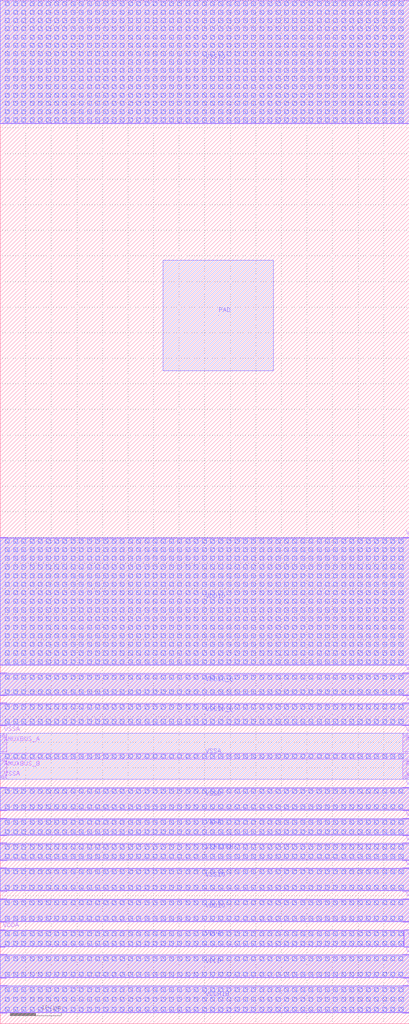
<source format=lef>
# Copyright 2020 The SkyWater PDK Authors
#
# Licensed under the Apache License, Version 2.0 (the "License");
# you may not use this file except in compliance with the License.
# You may obtain a copy of the License at
#
#     https://www.apache.org/licenses/LICENSE-2.0
#
# Unless required by applicable law or agreed to in writing, software
# distributed under the License is distributed on an "AS IS" BASIS,
# WITHOUT WARRANTIES OR CONDITIONS OF ANY KIND, either express or implied.
# See the License for the specific language governing permissions and
# limitations under the License.
#
# SPDX-License-Identifier: Apache-2.0

VERSION 5.5 ;
NAMESCASESENSITIVE ON ;
BUSBITCHARS "[]" ;
DIVIDERCHAR "/" ;
MACRO sky130_fd_io__overlay_gpiov2
  CLASS PAD ;
  SOURCE USER ;
  ORIGIN  0.000000  0.000000 ;
  SIZE 80 BY 200 ;
  SYMMETRY X Y R90 ;
  PIN AMUXBUS_A
    USE SIGNAL ;
    PORT
      LAYER met4 ;
        RECT 0.000000 53.125000 1.270000 56.105000 ;
    END
    PORT
      LAYER met4 ;
        RECT 78.730000 53.125000 80.000000 56.105000 ;
    END
  END AMUXBUS_A
  PIN AMUXBUS_B
    USE SIGNAL ;
    PORT
      LAYER met4 ;
        RECT 0.000000 48.365000 1.270000 51.345000 ;
    END
    PORT
      LAYER met4 ;
        RECT 78.730000 48.365000 80.000000 51.345000 ;
    END
  END AMUXBUS_B
  PIN PAD
    USE SIGNAL ;
    PORT
      LAYER met5 ;
        RECT 31.870000 127.605000 53.410000 149.150000 ;
    END
  END PAD
  PIN VCCD
    DIRECTION INOUT ;
    USE POWER ;
    PORT
      LAYER met4 ;
        RECT  0.000000  8.885000  1.270000  9.105000 ;
        RECT  0.000000  9.105000 80.000000 13.315000 ;
        RECT  0.000000 13.315000  1.270000 13.535000 ;
        RECT 78.730000  8.885000 80.000000  9.105000 ;
        RECT 78.730000 13.315000 80.000000 13.535000 ;
    END
    PORT
      LAYER met5 ;
        RECT 0.000000 8.985000 80.000000 13.435000 ;
    END
  END VCCD
  PIN VCCHIB
    DIRECTION INOUT ;
    USE POWER ;
    PORT
      LAYER met4 ;
        RECT  0.000000 2.035000  1.270000 2.255000 ;
        RECT  0.000000 2.255000 80.000000 7.265000 ;
        RECT  0.000000 7.265000  1.270000 7.485000 ;
        RECT 78.730000 2.035000 80.000000 2.255000 ;
        RECT 78.730000 7.265000 80.000000 7.485000 ;
    END
    PORT
      LAYER met5 ;
        RECT 0.000000 2.135000 80.000000 7.385000 ;
    END
  END VCCHIB
  PIN VDDA
    DIRECTION INOUT ;
    USE POWER ;
    PORT
      LAYER met4 ;
        RECT 0.000000 14.935000  0.965000 15.155000 ;
        RECT 0.000000 15.155000 78.970000 18.165000 ;
        RECT 0.000000 18.165000  0.965000 18.385000 ;
    END
    PORT
      LAYER met4 ;
        RECT 79.035000 14.935000 80.000000 18.385000 ;
    END
    PORT
      LAYER met5 ;
        RECT 0.000000 15.035000 80.000000 18.285000 ;
    END
  END VDDA
  PIN VDDIO
    DIRECTION INOUT ;
    USE POWER ;
    PORT
      LAYER met4 ;
        RECT  0.000000 19.785000  1.270000 20.005000 ;
        RECT  0.000000 20.005000 80.000000 24.215000 ;
        RECT  0.000000 24.215000  1.270000 24.435000 ;
        RECT 78.730000 19.785000 80.000000 20.005000 ;
        RECT 78.730000 24.215000 80.000000 24.435000 ;
    END
    PORT
      LAYER met4 ;
        RECT  0.000000 70.035000  1.270000 70.155000 ;
        RECT  0.000000 70.155000 80.000000 94.865000 ;
        RECT  0.000000 94.865000  1.270000 95.000000 ;
        RECT 78.730000 70.035000 80.000000 70.155000 ;
        RECT 78.730000 94.865000 80.000000 95.000000 ;
    END
    PORT
      LAYER met5 ;
        RECT 0.000000 19.885000 80.000000 24.335000 ;
    END
    PORT
      LAYER met5 ;
        RECT 0.000000 70.035000 80.000000 94.985000 ;
    END
  END VDDIO
  PIN VDDIO_Q
    DIRECTION INOUT ;
    USE POWER ;
    PORT
      LAYER met4 ;
        RECT  0.000000 64.085000  1.270000 64.305000 ;
        RECT  0.000000 64.305000 80.000000 68.315000 ;
        RECT  0.000000 68.315000  1.270000 68.535000 ;
        RECT 78.730000 64.085000 80.000000 64.305000 ;
        RECT 78.730000 68.315000 80.000000 68.535000 ;
    END
    PORT
      LAYER met5 ;
        RECT 0.000000 64.185000 80.000000 68.435000 ;
    END
  END VDDIO_Q
  PIN VSSA
    DIRECTION INOUT ;
    USE GROUND ;
    PORT
      LAYER met4 ;
        RECT  0.000000 36.735000  1.270000 36.955000 ;
        RECT  0.000000 36.955000 80.000000 39.965000 ;
        RECT  0.000000 39.965000  1.270000 40.185000 ;
        RECT 78.730000 36.735000 80.000000 36.955000 ;
        RECT 78.730000 39.965000 80.000000 40.185000 ;
    END
    PORT
      LAYER met4 ;
        RECT 0.000000 47.735000 1.270000 48.065000 ;
    END
    PORT
      LAYER met4 ;
        RECT 0.000000 51.645000 80.000000 52.825000 ;
    END
    PORT
      LAYER met4 ;
        RECT 0.000000 56.405000 1.270000 56.735000 ;
    END
    PORT
      LAYER met4 ;
        RECT 78.730000 47.735000 80.000000 48.065000 ;
    END
    PORT
      LAYER met4 ;
        RECT 78.730000 56.405000 80.000000 56.735000 ;
    END
    PORT
      LAYER met5 ;
        RECT 0.000000 36.835000 80.000000 40.085000 ;
    END
    PORT
      LAYER met5 ;
        RECT 0.000000 47.735000 80.000000 56.735000 ;
    END
  END VSSA
  PIN VSSD
    DIRECTION INOUT ;
    USE GROUND ;
    PORT
      LAYER met4 ;
        RECT  0.000000 41.585000  1.270000 41.805000 ;
        RECT  0.000000 41.805000 80.000000 46.015000 ;
        RECT  0.000000 46.015000  1.270000 46.235000 ;
        RECT 78.730000 41.585000 80.000000 41.805000 ;
        RECT 78.730000 46.015000 80.000000 46.235000 ;
    END
    PORT
      LAYER met5 ;
        RECT 0.000000 41.685000 80.000000 46.135000 ;
    END
  END VSSD
  PIN VSSIO
    DIRECTION INOUT ;
    USE GROUND ;
    PORT
      LAYER met4 ;
        RECT  0.000000 175.785000  1.270000 175.910000 ;
        RECT  0.000000 175.910000 80.000000 199.880000 ;
        RECT  0.000000 199.880000  1.270000 200.000000 ;
        RECT 78.730000 175.785000 80.000000 175.910000 ;
        RECT 78.730000 199.880000 80.000000 200.000000 ;
    END
    PORT
      LAYER met4 ;
        RECT  0.000000 25.835000  1.270000 26.055000 ;
        RECT  0.000000 26.055000 80.000000 30.265000 ;
        RECT  0.000000 30.265000  1.270000 30.485000 ;
        RECT 78.730000 25.835000 80.000000 26.055000 ;
        RECT 78.730000 30.265000 80.000000 30.485000 ;
    END
    PORT
      LAYER met5 ;
        RECT 0.000000 175.785000 80.000000 200.000000 ;
    END
    PORT
      LAYER met5 ;
        RECT 0.000000 25.935000 80.000000 30.385000 ;
    END
  END VSSIO
  PIN VSSIO_Q
    DIRECTION INOUT ;
    USE GROUND ;
    PORT
      LAYER met4 ;
        RECT  0.000000 58.235000  1.270000 58.455000 ;
        RECT  0.000000 58.455000 80.000000 62.465000 ;
        RECT  0.000000 62.465000  1.270000 62.685000 ;
        RECT 78.730000 58.235000 80.000000 58.455000 ;
        RECT 78.730000 62.465000 80.000000 62.685000 ;
    END
    PORT
      LAYER met5 ;
        RECT 0.000000 58.335000 80.000000 62.585000 ;
    END
  END VSSIO_Q
  PIN VSWITCH
    DIRECTION INOUT ;
    USE POWER ;
    PORT
      LAYER met4 ;
        RECT  0.000000 31.885000  1.270000 32.105000 ;
        RECT  0.000000 32.105000 80.000000 35.115000 ;
        RECT  0.000000 35.115000  1.270000 35.335000 ;
        RECT 78.730000 31.885000 80.000000 32.105000 ;
        RECT 78.730000 35.115000 80.000000 35.335000 ;
    END
    PORT
      LAYER met5 ;
        RECT 0.000000 31.985000 80.000000 35.235000 ;
    END
  END VSWITCH
  OBS
    LAYER via4 ;
      RECT  0.995000  20.195000  1.795000  20.995000 ;
      RECT  0.995000  23.225000  1.795000  24.025000 ;
      RECT  0.995000  26.245000  1.795000  27.045000 ;
      RECT  0.995000  29.275000  1.795000  30.075000 ;
      RECT  1.000000   2.450000  1.800000   3.250000 ;
      RECT  1.000000   4.360000  1.800000   5.160000 ;
      RECT  1.000000   6.270000  1.800000   7.070000 ;
      RECT  1.000000  15.345000  1.800000  16.145000 ;
      RECT  1.000000  17.175000  1.800000  17.975000 ;
      RECT  1.000000  32.295000  1.800000  33.095000 ;
      RECT  1.000000  34.125000  1.800000  34.925000 ;
      RECT  1.000000  37.145000  1.800000  37.945000 ;
      RECT  1.000000  38.975000  1.800000  39.775000 ;
      RECT  1.000000  41.995000  1.800000  42.795000 ;
      RECT  1.000000  45.025000  1.800000  45.825000 ;
      RECT  1.000000  51.835000  1.800000  52.635000 ;
      RECT  1.000000  58.645000  1.800000  59.445000 ;
      RECT  1.000000  61.475000  1.800000  62.275000 ;
      RECT  1.000000  64.495000  1.800000  65.295000 ;
      RECT  1.000000  67.325000  1.800000  68.125000 ;
      RECT  1.000000  70.350000  1.800000  71.150000 ;
      RECT  1.000000  72.030000  1.800000  72.830000 ;
      RECT  1.000000  73.710000  1.800000  74.510000 ;
      RECT  1.000000  75.390000  1.800000  76.190000 ;
      RECT  1.000000  77.070000  1.800000  77.870000 ;
      RECT  1.000000  78.750000  1.800000  79.550000 ;
      RECT  1.000000  80.430000  1.800000  81.230000 ;
      RECT  1.000000  82.110000  1.800000  82.910000 ;
      RECT  1.000000  83.790000  1.800000  84.590000 ;
      RECT  1.000000  85.470000  1.800000  86.270000 ;
      RECT  1.000000  87.150000  1.800000  87.950000 ;
      RECT  1.000000  88.830000  1.800000  89.630000 ;
      RECT  1.000000  90.510000  1.800000  91.310000 ;
      RECT  1.000000  92.190000  1.800000  92.990000 ;
      RECT  1.000000  93.870000  1.800000  94.670000 ;
      RECT  1.000000 176.155000  1.800000 176.955000 ;
      RECT  1.000000 177.775000  1.800000 178.575000 ;
      RECT  1.000000 179.395000  1.800000 180.195000 ;
      RECT  1.000000 181.015000  1.800000 181.815000 ;
      RECT  1.000000 182.635000  1.800000 183.435000 ;
      RECT  1.000000 184.255000  1.800000 185.055000 ;
      RECT  1.000000 185.875000  1.800000 186.675000 ;
      RECT  1.000000 187.495000  1.800000 188.295000 ;
      RECT  1.000000 189.115000  1.800000 189.915000 ;
      RECT  1.000000 190.735000  1.800000 191.535000 ;
      RECT  1.000000 192.355000  1.800000 193.155000 ;
      RECT  1.000000 193.975000  1.800000 194.775000 ;
      RECT  1.000000 195.595000  1.800000 196.395000 ;
      RECT  1.000000 197.215000  1.800000 198.015000 ;
      RECT  1.000000 198.835000  1.800000 199.635000 ;
      RECT  1.005000   9.295000  1.805000  10.095000 ;
      RECT  1.005000  12.325000  1.805000  13.125000 ;
      RECT  2.600000  20.195000  3.400000  20.995000 ;
      RECT  2.600000  23.225000  3.400000  24.025000 ;
      RECT  2.600000  26.245000  3.400000  27.045000 ;
      RECT  2.600000  29.275000  3.400000  30.075000 ;
      RECT  2.605000   2.450000  3.405000   3.250000 ;
      RECT  2.605000   4.360000  3.405000   5.160000 ;
      RECT  2.605000   6.270000  3.405000   7.070000 ;
      RECT  2.605000  15.345000  3.405000  16.145000 ;
      RECT  2.605000  17.175000  3.405000  17.975000 ;
      RECT  2.605000  32.295000  3.405000  33.095000 ;
      RECT  2.605000  34.125000  3.405000  34.925000 ;
      RECT  2.605000  37.145000  3.405000  37.945000 ;
      RECT  2.605000  38.975000  3.405000  39.775000 ;
      RECT  2.605000  41.995000  3.405000  42.795000 ;
      RECT  2.605000  45.025000  3.405000  45.825000 ;
      RECT  2.605000  51.835000  3.405000  52.635000 ;
      RECT  2.605000  58.645000  3.405000  59.445000 ;
      RECT  2.605000  61.475000  3.405000  62.275000 ;
      RECT  2.605000  64.495000  3.405000  65.295000 ;
      RECT  2.605000  67.325000  3.405000  68.125000 ;
      RECT  2.605000  70.350000  3.405000  71.150000 ;
      RECT  2.605000  72.030000  3.405000  72.830000 ;
      RECT  2.605000  73.710000  3.405000  74.510000 ;
      RECT  2.605000  75.390000  3.405000  76.190000 ;
      RECT  2.605000  77.070000  3.405000  77.870000 ;
      RECT  2.605000  78.750000  3.405000  79.550000 ;
      RECT  2.605000  80.430000  3.405000  81.230000 ;
      RECT  2.605000  82.110000  3.405000  82.910000 ;
      RECT  2.605000  83.790000  3.405000  84.590000 ;
      RECT  2.605000  85.470000  3.405000  86.270000 ;
      RECT  2.605000  87.150000  3.405000  87.950000 ;
      RECT  2.605000  88.830000  3.405000  89.630000 ;
      RECT  2.605000  90.510000  3.405000  91.310000 ;
      RECT  2.605000  92.190000  3.405000  92.990000 ;
      RECT  2.605000  93.870000  3.405000  94.670000 ;
      RECT  2.605000 176.155000  3.405000 176.955000 ;
      RECT  2.605000 177.775000  3.405000 178.575000 ;
      RECT  2.605000 179.395000  3.405000 180.195000 ;
      RECT  2.605000 181.015000  3.405000 181.815000 ;
      RECT  2.605000 182.635000  3.405000 183.435000 ;
      RECT  2.605000 184.255000  3.405000 185.055000 ;
      RECT  2.605000 185.875000  3.405000 186.675000 ;
      RECT  2.605000 187.495000  3.405000 188.295000 ;
      RECT  2.605000 189.115000  3.405000 189.915000 ;
      RECT  2.605000 190.735000  3.405000 191.535000 ;
      RECT  2.605000 192.355000  3.405000 193.155000 ;
      RECT  2.605000 193.975000  3.405000 194.775000 ;
      RECT  2.605000 195.595000  3.405000 196.395000 ;
      RECT  2.605000 197.215000  3.405000 198.015000 ;
      RECT  2.605000 198.835000  3.405000 199.635000 ;
      RECT  2.610000   9.295000  3.410000  10.095000 ;
      RECT  2.610000  12.325000  3.410000  13.125000 ;
      RECT  4.205000  20.195000  5.005000  20.995000 ;
      RECT  4.205000  23.225000  5.005000  24.025000 ;
      RECT  4.205000  26.245000  5.005000  27.045000 ;
      RECT  4.205000  29.275000  5.005000  30.075000 ;
      RECT  4.210000   2.450000  5.010000   3.250000 ;
      RECT  4.210000   4.360000  5.010000   5.160000 ;
      RECT  4.210000   6.270000  5.010000   7.070000 ;
      RECT  4.210000  15.345000  5.010000  16.145000 ;
      RECT  4.210000  17.175000  5.010000  17.975000 ;
      RECT  4.210000  32.295000  5.010000  33.095000 ;
      RECT  4.210000  34.125000  5.010000  34.925000 ;
      RECT  4.210000  37.145000  5.010000  37.945000 ;
      RECT  4.210000  38.975000  5.010000  39.775000 ;
      RECT  4.210000  41.995000  5.010000  42.795000 ;
      RECT  4.210000  45.025000  5.010000  45.825000 ;
      RECT  4.210000  51.835000  5.010000  52.635000 ;
      RECT  4.210000  58.645000  5.010000  59.445000 ;
      RECT  4.210000  61.475000  5.010000  62.275000 ;
      RECT  4.210000  64.495000  5.010000  65.295000 ;
      RECT  4.210000  67.325000  5.010000  68.125000 ;
      RECT  4.210000  70.350000  5.010000  71.150000 ;
      RECT  4.210000  72.030000  5.010000  72.830000 ;
      RECT  4.210000  73.710000  5.010000  74.510000 ;
      RECT  4.210000  75.390000  5.010000  76.190000 ;
      RECT  4.210000  77.070000  5.010000  77.870000 ;
      RECT  4.210000  78.750000  5.010000  79.550000 ;
      RECT  4.210000  80.430000  5.010000  81.230000 ;
      RECT  4.210000  82.110000  5.010000  82.910000 ;
      RECT  4.210000  83.790000  5.010000  84.590000 ;
      RECT  4.210000  85.470000  5.010000  86.270000 ;
      RECT  4.210000  87.150000  5.010000  87.950000 ;
      RECT  4.210000  88.830000  5.010000  89.630000 ;
      RECT  4.210000  90.510000  5.010000  91.310000 ;
      RECT  4.210000  92.190000  5.010000  92.990000 ;
      RECT  4.210000  93.870000  5.010000  94.670000 ;
      RECT  4.210000 176.155000  5.010000 176.955000 ;
      RECT  4.210000 177.775000  5.010000 178.575000 ;
      RECT  4.210000 179.395000  5.010000 180.195000 ;
      RECT  4.210000 181.015000  5.010000 181.815000 ;
      RECT  4.210000 182.635000  5.010000 183.435000 ;
      RECT  4.210000 184.255000  5.010000 185.055000 ;
      RECT  4.210000 185.875000  5.010000 186.675000 ;
      RECT  4.210000 187.495000  5.010000 188.295000 ;
      RECT  4.210000 189.115000  5.010000 189.915000 ;
      RECT  4.210000 190.735000  5.010000 191.535000 ;
      RECT  4.210000 192.355000  5.010000 193.155000 ;
      RECT  4.210000 193.975000  5.010000 194.775000 ;
      RECT  4.210000 195.595000  5.010000 196.395000 ;
      RECT  4.210000 197.215000  5.010000 198.015000 ;
      RECT  4.210000 198.835000  5.010000 199.635000 ;
      RECT  4.215000   9.295000  5.015000  10.095000 ;
      RECT  4.215000  12.325000  5.015000  13.125000 ;
      RECT  5.810000  20.195000  6.610000  20.995000 ;
      RECT  5.810000  23.225000  6.610000  24.025000 ;
      RECT  5.810000  26.245000  6.610000  27.045000 ;
      RECT  5.810000  29.275000  6.610000  30.075000 ;
      RECT  5.815000   2.450000  6.615000   3.250000 ;
      RECT  5.815000   4.360000  6.615000   5.160000 ;
      RECT  5.815000   6.270000  6.615000   7.070000 ;
      RECT  5.815000  15.345000  6.615000  16.145000 ;
      RECT  5.815000  17.175000  6.615000  17.975000 ;
      RECT  5.815000  32.295000  6.615000  33.095000 ;
      RECT  5.815000  34.125000  6.615000  34.925000 ;
      RECT  5.815000  37.145000  6.615000  37.945000 ;
      RECT  5.815000  38.975000  6.615000  39.775000 ;
      RECT  5.815000  41.995000  6.615000  42.795000 ;
      RECT  5.815000  45.025000  6.615000  45.825000 ;
      RECT  5.815000  51.835000  6.615000  52.635000 ;
      RECT  5.815000  58.645000  6.615000  59.445000 ;
      RECT  5.815000  61.475000  6.615000  62.275000 ;
      RECT  5.815000  64.495000  6.615000  65.295000 ;
      RECT  5.815000  67.325000  6.615000  68.125000 ;
      RECT  5.815000  70.350000  6.615000  71.150000 ;
      RECT  5.815000  72.030000  6.615000  72.830000 ;
      RECT  5.815000  73.710000  6.615000  74.510000 ;
      RECT  5.815000  75.390000  6.615000  76.190000 ;
      RECT  5.815000  77.070000  6.615000  77.870000 ;
      RECT  5.815000  78.750000  6.615000  79.550000 ;
      RECT  5.815000  80.430000  6.615000  81.230000 ;
      RECT  5.815000  82.110000  6.615000  82.910000 ;
      RECT  5.815000  83.790000  6.615000  84.590000 ;
      RECT  5.815000  85.470000  6.615000  86.270000 ;
      RECT  5.815000  87.150000  6.615000  87.950000 ;
      RECT  5.815000  88.830000  6.615000  89.630000 ;
      RECT  5.815000  90.510000  6.615000  91.310000 ;
      RECT  5.815000  92.190000  6.615000  92.990000 ;
      RECT  5.815000  93.870000  6.615000  94.670000 ;
      RECT  5.815000 176.155000  6.615000 176.955000 ;
      RECT  5.815000 177.775000  6.615000 178.575000 ;
      RECT  5.815000 179.395000  6.615000 180.195000 ;
      RECT  5.815000 181.015000  6.615000 181.815000 ;
      RECT  5.815000 182.635000  6.615000 183.435000 ;
      RECT  5.815000 184.255000  6.615000 185.055000 ;
      RECT  5.815000 185.875000  6.615000 186.675000 ;
      RECT  5.815000 187.495000  6.615000 188.295000 ;
      RECT  5.815000 189.115000  6.615000 189.915000 ;
      RECT  5.815000 190.735000  6.615000 191.535000 ;
      RECT  5.815000 192.355000  6.615000 193.155000 ;
      RECT  5.815000 193.975000  6.615000 194.775000 ;
      RECT  5.815000 195.595000  6.615000 196.395000 ;
      RECT  5.815000 197.215000  6.615000 198.015000 ;
      RECT  5.815000 198.835000  6.615000 199.635000 ;
      RECT  5.820000   9.295000  6.620000  10.095000 ;
      RECT  5.820000  12.325000  6.620000  13.125000 ;
      RECT  7.415000  20.195000  8.215000  20.995000 ;
      RECT  7.415000  23.225000  8.215000  24.025000 ;
      RECT  7.415000  26.245000  8.215000  27.045000 ;
      RECT  7.415000  29.275000  8.215000  30.075000 ;
      RECT  7.420000   2.450000  8.220000   3.250000 ;
      RECT  7.420000   4.360000  8.220000   5.160000 ;
      RECT  7.420000   6.270000  8.220000   7.070000 ;
      RECT  7.420000  15.345000  8.220000  16.145000 ;
      RECT  7.420000  17.175000  8.220000  17.975000 ;
      RECT  7.420000  32.295000  8.220000  33.095000 ;
      RECT  7.420000  34.125000  8.220000  34.925000 ;
      RECT  7.420000  37.145000  8.220000  37.945000 ;
      RECT  7.420000  38.975000  8.220000  39.775000 ;
      RECT  7.420000  41.995000  8.220000  42.795000 ;
      RECT  7.420000  45.025000  8.220000  45.825000 ;
      RECT  7.420000  51.835000  8.220000  52.635000 ;
      RECT  7.420000  58.645000  8.220000  59.445000 ;
      RECT  7.420000  61.475000  8.220000  62.275000 ;
      RECT  7.420000  64.495000  8.220000  65.295000 ;
      RECT  7.420000  67.325000  8.220000  68.125000 ;
      RECT  7.420000  70.350000  8.220000  71.150000 ;
      RECT  7.420000  72.030000  8.220000  72.830000 ;
      RECT  7.420000  73.710000  8.220000  74.510000 ;
      RECT  7.420000  75.390000  8.220000  76.190000 ;
      RECT  7.420000  77.070000  8.220000  77.870000 ;
      RECT  7.420000  78.750000  8.220000  79.550000 ;
      RECT  7.420000  80.430000  8.220000  81.230000 ;
      RECT  7.420000  82.110000  8.220000  82.910000 ;
      RECT  7.420000  83.790000  8.220000  84.590000 ;
      RECT  7.420000  85.470000  8.220000  86.270000 ;
      RECT  7.420000  87.150000  8.220000  87.950000 ;
      RECT  7.420000  88.830000  8.220000  89.630000 ;
      RECT  7.420000  90.510000  8.220000  91.310000 ;
      RECT  7.420000  92.190000  8.220000  92.990000 ;
      RECT  7.420000  93.870000  8.220000  94.670000 ;
      RECT  7.420000 176.155000  8.220000 176.955000 ;
      RECT  7.420000 177.775000  8.220000 178.575000 ;
      RECT  7.420000 179.395000  8.220000 180.195000 ;
      RECT  7.420000 181.015000  8.220000 181.815000 ;
      RECT  7.420000 182.635000  8.220000 183.435000 ;
      RECT  7.420000 184.255000  8.220000 185.055000 ;
      RECT  7.420000 185.875000  8.220000 186.675000 ;
      RECT  7.420000 187.495000  8.220000 188.295000 ;
      RECT  7.420000 189.115000  8.220000 189.915000 ;
      RECT  7.420000 190.735000  8.220000 191.535000 ;
      RECT  7.420000 192.355000  8.220000 193.155000 ;
      RECT  7.420000 193.975000  8.220000 194.775000 ;
      RECT  7.420000 195.595000  8.220000 196.395000 ;
      RECT  7.420000 197.215000  8.220000 198.015000 ;
      RECT  7.420000 198.835000  8.220000 199.635000 ;
      RECT  7.425000   9.295000  8.225000  10.095000 ;
      RECT  7.425000  12.325000  8.225000  13.125000 ;
      RECT  9.020000  20.195000  9.820000  20.995000 ;
      RECT  9.020000  23.225000  9.820000  24.025000 ;
      RECT  9.020000  26.245000  9.820000  27.045000 ;
      RECT  9.020000  29.275000  9.820000  30.075000 ;
      RECT  9.025000   2.450000  9.825000   3.250000 ;
      RECT  9.025000   4.360000  9.825000   5.160000 ;
      RECT  9.025000   6.270000  9.825000   7.070000 ;
      RECT  9.025000  15.345000  9.825000  16.145000 ;
      RECT  9.025000  17.175000  9.825000  17.975000 ;
      RECT  9.025000  32.295000  9.825000  33.095000 ;
      RECT  9.025000  34.125000  9.825000  34.925000 ;
      RECT  9.025000  37.145000  9.825000  37.945000 ;
      RECT  9.025000  38.975000  9.825000  39.775000 ;
      RECT  9.025000  41.995000  9.825000  42.795000 ;
      RECT  9.025000  45.025000  9.825000  45.825000 ;
      RECT  9.025000  51.835000  9.825000  52.635000 ;
      RECT  9.025000  58.645000  9.825000  59.445000 ;
      RECT  9.025000  61.475000  9.825000  62.275000 ;
      RECT  9.025000  64.495000  9.825000  65.295000 ;
      RECT  9.025000  67.325000  9.825000  68.125000 ;
      RECT  9.025000  70.350000  9.825000  71.150000 ;
      RECT  9.025000  72.030000  9.825000  72.830000 ;
      RECT  9.025000  73.710000  9.825000  74.510000 ;
      RECT  9.025000  75.390000  9.825000  76.190000 ;
      RECT  9.025000  77.070000  9.825000  77.870000 ;
      RECT  9.025000  78.750000  9.825000  79.550000 ;
      RECT  9.025000  80.430000  9.825000  81.230000 ;
      RECT  9.025000  82.110000  9.825000  82.910000 ;
      RECT  9.025000  83.790000  9.825000  84.590000 ;
      RECT  9.025000  85.470000  9.825000  86.270000 ;
      RECT  9.025000  87.150000  9.825000  87.950000 ;
      RECT  9.025000  88.830000  9.825000  89.630000 ;
      RECT  9.025000  90.510000  9.825000  91.310000 ;
      RECT  9.025000  92.190000  9.825000  92.990000 ;
      RECT  9.025000  93.870000  9.825000  94.670000 ;
      RECT  9.025000 176.155000  9.825000 176.955000 ;
      RECT  9.025000 177.775000  9.825000 178.575000 ;
      RECT  9.025000 179.395000  9.825000 180.195000 ;
      RECT  9.025000 181.015000  9.825000 181.815000 ;
      RECT  9.025000 182.635000  9.825000 183.435000 ;
      RECT  9.025000 184.255000  9.825000 185.055000 ;
      RECT  9.025000 185.875000  9.825000 186.675000 ;
      RECT  9.025000 187.495000  9.825000 188.295000 ;
      RECT  9.025000 189.115000  9.825000 189.915000 ;
      RECT  9.025000 190.735000  9.825000 191.535000 ;
      RECT  9.025000 192.355000  9.825000 193.155000 ;
      RECT  9.025000 193.975000  9.825000 194.775000 ;
      RECT  9.025000 195.595000  9.825000 196.395000 ;
      RECT  9.025000 197.215000  9.825000 198.015000 ;
      RECT  9.025000 198.835000  9.825000 199.635000 ;
      RECT  9.030000   9.295000  9.830000  10.095000 ;
      RECT  9.030000  12.325000  9.830000  13.125000 ;
      RECT 10.625000  20.195000 11.425000  20.995000 ;
      RECT 10.625000  23.225000 11.425000  24.025000 ;
      RECT 10.625000  26.245000 11.425000  27.045000 ;
      RECT 10.625000  29.275000 11.425000  30.075000 ;
      RECT 10.630000   2.450000 11.430000   3.250000 ;
      RECT 10.630000   4.360000 11.430000   5.160000 ;
      RECT 10.630000   6.270000 11.430000   7.070000 ;
      RECT 10.630000  15.345000 11.430000  16.145000 ;
      RECT 10.630000  17.175000 11.430000  17.975000 ;
      RECT 10.630000  32.295000 11.430000  33.095000 ;
      RECT 10.630000  34.125000 11.430000  34.925000 ;
      RECT 10.630000  37.145000 11.430000  37.945000 ;
      RECT 10.630000  38.975000 11.430000  39.775000 ;
      RECT 10.630000  41.995000 11.430000  42.795000 ;
      RECT 10.630000  45.025000 11.430000  45.825000 ;
      RECT 10.630000  51.835000 11.430000  52.635000 ;
      RECT 10.630000  58.645000 11.430000  59.445000 ;
      RECT 10.630000  61.475000 11.430000  62.275000 ;
      RECT 10.630000  64.495000 11.430000  65.295000 ;
      RECT 10.630000  67.325000 11.430000  68.125000 ;
      RECT 10.630000  70.350000 11.430000  71.150000 ;
      RECT 10.630000  72.030000 11.430000  72.830000 ;
      RECT 10.630000  73.710000 11.430000  74.510000 ;
      RECT 10.630000  75.390000 11.430000  76.190000 ;
      RECT 10.630000  77.070000 11.430000  77.870000 ;
      RECT 10.630000  78.750000 11.430000  79.550000 ;
      RECT 10.630000  80.430000 11.430000  81.230000 ;
      RECT 10.630000  82.110000 11.430000  82.910000 ;
      RECT 10.630000  83.790000 11.430000  84.590000 ;
      RECT 10.630000  85.470000 11.430000  86.270000 ;
      RECT 10.630000  87.150000 11.430000  87.950000 ;
      RECT 10.630000  88.830000 11.430000  89.630000 ;
      RECT 10.630000  90.510000 11.430000  91.310000 ;
      RECT 10.630000  92.190000 11.430000  92.990000 ;
      RECT 10.630000  93.870000 11.430000  94.670000 ;
      RECT 10.630000 176.155000 11.430000 176.955000 ;
      RECT 10.630000 177.775000 11.430000 178.575000 ;
      RECT 10.630000 179.395000 11.430000 180.195000 ;
      RECT 10.630000 181.015000 11.430000 181.815000 ;
      RECT 10.630000 182.635000 11.430000 183.435000 ;
      RECT 10.630000 184.255000 11.430000 185.055000 ;
      RECT 10.630000 185.875000 11.430000 186.675000 ;
      RECT 10.630000 187.495000 11.430000 188.295000 ;
      RECT 10.630000 189.115000 11.430000 189.915000 ;
      RECT 10.630000 190.735000 11.430000 191.535000 ;
      RECT 10.630000 192.355000 11.430000 193.155000 ;
      RECT 10.630000 193.975000 11.430000 194.775000 ;
      RECT 10.630000 195.595000 11.430000 196.395000 ;
      RECT 10.630000 197.215000 11.430000 198.015000 ;
      RECT 10.630000 198.835000 11.430000 199.635000 ;
      RECT 10.635000   9.295000 11.435000  10.095000 ;
      RECT 10.635000  12.325000 11.435000  13.125000 ;
      RECT 12.230000  20.195000 13.030000  20.995000 ;
      RECT 12.230000  23.225000 13.030000  24.025000 ;
      RECT 12.230000  26.245000 13.030000  27.045000 ;
      RECT 12.230000  29.275000 13.030000  30.075000 ;
      RECT 12.235000   2.450000 13.035000   3.250000 ;
      RECT 12.235000   4.360000 13.035000   5.160000 ;
      RECT 12.235000   6.270000 13.035000   7.070000 ;
      RECT 12.235000  15.345000 13.035000  16.145000 ;
      RECT 12.235000  17.175000 13.035000  17.975000 ;
      RECT 12.235000  32.295000 13.035000  33.095000 ;
      RECT 12.235000  34.125000 13.035000  34.925000 ;
      RECT 12.235000  37.145000 13.035000  37.945000 ;
      RECT 12.235000  38.975000 13.035000  39.775000 ;
      RECT 12.235000  41.995000 13.035000  42.795000 ;
      RECT 12.235000  45.025000 13.035000  45.825000 ;
      RECT 12.235000  51.835000 13.035000  52.635000 ;
      RECT 12.235000  58.645000 13.035000  59.445000 ;
      RECT 12.235000  61.475000 13.035000  62.275000 ;
      RECT 12.235000  64.495000 13.035000  65.295000 ;
      RECT 12.235000  67.325000 13.035000  68.125000 ;
      RECT 12.235000  70.350000 13.035000  71.150000 ;
      RECT 12.235000  72.030000 13.035000  72.830000 ;
      RECT 12.235000  73.710000 13.035000  74.510000 ;
      RECT 12.235000  75.390000 13.035000  76.190000 ;
      RECT 12.235000  77.070000 13.035000  77.870000 ;
      RECT 12.235000  78.750000 13.035000  79.550000 ;
      RECT 12.235000  80.430000 13.035000  81.230000 ;
      RECT 12.235000  82.110000 13.035000  82.910000 ;
      RECT 12.235000  83.790000 13.035000  84.590000 ;
      RECT 12.235000  85.470000 13.035000  86.270000 ;
      RECT 12.235000  87.150000 13.035000  87.950000 ;
      RECT 12.235000  88.830000 13.035000  89.630000 ;
      RECT 12.235000  90.510000 13.035000  91.310000 ;
      RECT 12.235000  92.190000 13.035000  92.990000 ;
      RECT 12.235000  93.870000 13.035000  94.670000 ;
      RECT 12.235000 176.155000 13.035000 176.955000 ;
      RECT 12.235000 177.775000 13.035000 178.575000 ;
      RECT 12.235000 179.395000 13.035000 180.195000 ;
      RECT 12.235000 181.015000 13.035000 181.815000 ;
      RECT 12.235000 182.635000 13.035000 183.435000 ;
      RECT 12.235000 184.255000 13.035000 185.055000 ;
      RECT 12.235000 185.875000 13.035000 186.675000 ;
      RECT 12.235000 187.495000 13.035000 188.295000 ;
      RECT 12.235000 189.115000 13.035000 189.915000 ;
      RECT 12.235000 190.735000 13.035000 191.535000 ;
      RECT 12.235000 192.355000 13.035000 193.155000 ;
      RECT 12.235000 193.975000 13.035000 194.775000 ;
      RECT 12.235000 195.595000 13.035000 196.395000 ;
      RECT 12.235000 197.215000 13.035000 198.015000 ;
      RECT 12.235000 198.835000 13.035000 199.635000 ;
      RECT 12.240000   9.295000 13.040000  10.095000 ;
      RECT 12.240000  12.325000 13.040000  13.125000 ;
      RECT 13.835000  20.195000 14.635000  20.995000 ;
      RECT 13.835000  23.225000 14.635000  24.025000 ;
      RECT 13.835000  26.245000 14.635000  27.045000 ;
      RECT 13.835000  29.275000 14.635000  30.075000 ;
      RECT 13.840000   2.450000 14.640000   3.250000 ;
      RECT 13.840000   4.360000 14.640000   5.160000 ;
      RECT 13.840000   6.270000 14.640000   7.070000 ;
      RECT 13.840000  15.345000 14.640000  16.145000 ;
      RECT 13.840000  17.175000 14.640000  17.975000 ;
      RECT 13.840000  32.295000 14.640000  33.095000 ;
      RECT 13.840000  34.125000 14.640000  34.925000 ;
      RECT 13.840000  37.145000 14.640000  37.945000 ;
      RECT 13.840000  38.975000 14.640000  39.775000 ;
      RECT 13.840000  41.995000 14.640000  42.795000 ;
      RECT 13.840000  45.025000 14.640000  45.825000 ;
      RECT 13.840000  51.835000 14.640000  52.635000 ;
      RECT 13.840000  58.645000 14.640000  59.445000 ;
      RECT 13.840000  61.475000 14.640000  62.275000 ;
      RECT 13.840000  64.495000 14.640000  65.295000 ;
      RECT 13.840000  67.325000 14.640000  68.125000 ;
      RECT 13.840000  70.350000 14.640000  71.150000 ;
      RECT 13.840000  72.030000 14.640000  72.830000 ;
      RECT 13.840000  73.710000 14.640000  74.510000 ;
      RECT 13.840000  75.390000 14.640000  76.190000 ;
      RECT 13.840000  77.070000 14.640000  77.870000 ;
      RECT 13.840000  78.750000 14.640000  79.550000 ;
      RECT 13.840000  80.430000 14.640000  81.230000 ;
      RECT 13.840000  82.110000 14.640000  82.910000 ;
      RECT 13.840000  83.790000 14.640000  84.590000 ;
      RECT 13.840000  85.470000 14.640000  86.270000 ;
      RECT 13.840000  87.150000 14.640000  87.950000 ;
      RECT 13.840000  88.830000 14.640000  89.630000 ;
      RECT 13.840000  90.510000 14.640000  91.310000 ;
      RECT 13.840000  92.190000 14.640000  92.990000 ;
      RECT 13.840000  93.870000 14.640000  94.670000 ;
      RECT 13.840000 176.155000 14.640000 176.955000 ;
      RECT 13.840000 177.775000 14.640000 178.575000 ;
      RECT 13.840000 179.395000 14.640000 180.195000 ;
      RECT 13.840000 181.015000 14.640000 181.815000 ;
      RECT 13.840000 182.635000 14.640000 183.435000 ;
      RECT 13.840000 184.255000 14.640000 185.055000 ;
      RECT 13.840000 185.875000 14.640000 186.675000 ;
      RECT 13.840000 187.495000 14.640000 188.295000 ;
      RECT 13.840000 189.115000 14.640000 189.915000 ;
      RECT 13.840000 190.735000 14.640000 191.535000 ;
      RECT 13.840000 192.355000 14.640000 193.155000 ;
      RECT 13.840000 193.975000 14.640000 194.775000 ;
      RECT 13.840000 195.595000 14.640000 196.395000 ;
      RECT 13.840000 197.215000 14.640000 198.015000 ;
      RECT 13.840000 198.835000 14.640000 199.635000 ;
      RECT 13.845000   9.295000 14.645000  10.095000 ;
      RECT 13.845000  12.325000 14.645000  13.125000 ;
      RECT 15.440000  20.195000 16.240000  20.995000 ;
      RECT 15.440000  23.225000 16.240000  24.025000 ;
      RECT 15.440000  26.245000 16.240000  27.045000 ;
      RECT 15.440000  29.275000 16.240000  30.075000 ;
      RECT 15.445000   2.450000 16.245000   3.250000 ;
      RECT 15.445000   4.360000 16.245000   5.160000 ;
      RECT 15.445000   6.270000 16.245000   7.070000 ;
      RECT 15.445000  15.345000 16.245000  16.145000 ;
      RECT 15.445000  17.175000 16.245000  17.975000 ;
      RECT 15.445000  32.295000 16.245000  33.095000 ;
      RECT 15.445000  34.125000 16.245000  34.925000 ;
      RECT 15.445000  37.145000 16.245000  37.945000 ;
      RECT 15.445000  38.975000 16.245000  39.775000 ;
      RECT 15.445000  41.995000 16.245000  42.795000 ;
      RECT 15.445000  45.025000 16.245000  45.825000 ;
      RECT 15.445000  51.835000 16.245000  52.635000 ;
      RECT 15.445000  58.645000 16.245000  59.445000 ;
      RECT 15.445000  61.475000 16.245000  62.275000 ;
      RECT 15.445000  64.495000 16.245000  65.295000 ;
      RECT 15.445000  67.325000 16.245000  68.125000 ;
      RECT 15.445000  70.350000 16.245000  71.150000 ;
      RECT 15.445000  72.030000 16.245000  72.830000 ;
      RECT 15.445000  73.710000 16.245000  74.510000 ;
      RECT 15.445000  75.390000 16.245000  76.190000 ;
      RECT 15.445000  77.070000 16.245000  77.870000 ;
      RECT 15.445000  78.750000 16.245000  79.550000 ;
      RECT 15.445000  80.430000 16.245000  81.230000 ;
      RECT 15.445000  82.110000 16.245000  82.910000 ;
      RECT 15.445000  83.790000 16.245000  84.590000 ;
      RECT 15.445000  85.470000 16.245000  86.270000 ;
      RECT 15.445000  87.150000 16.245000  87.950000 ;
      RECT 15.445000  88.830000 16.245000  89.630000 ;
      RECT 15.445000  90.510000 16.245000  91.310000 ;
      RECT 15.445000  92.190000 16.245000  92.990000 ;
      RECT 15.445000  93.870000 16.245000  94.670000 ;
      RECT 15.445000 176.155000 16.245000 176.955000 ;
      RECT 15.445000 177.775000 16.245000 178.575000 ;
      RECT 15.445000 179.395000 16.245000 180.195000 ;
      RECT 15.445000 181.015000 16.245000 181.815000 ;
      RECT 15.445000 182.635000 16.245000 183.435000 ;
      RECT 15.445000 184.255000 16.245000 185.055000 ;
      RECT 15.445000 185.875000 16.245000 186.675000 ;
      RECT 15.445000 187.495000 16.245000 188.295000 ;
      RECT 15.445000 189.115000 16.245000 189.915000 ;
      RECT 15.445000 190.735000 16.245000 191.535000 ;
      RECT 15.445000 192.355000 16.245000 193.155000 ;
      RECT 15.445000 193.975000 16.245000 194.775000 ;
      RECT 15.445000 195.595000 16.245000 196.395000 ;
      RECT 15.445000 197.215000 16.245000 198.015000 ;
      RECT 15.445000 198.835000 16.245000 199.635000 ;
      RECT 15.450000   9.295000 16.250000  10.095000 ;
      RECT 15.450000  12.325000 16.250000  13.125000 ;
      RECT 17.045000  20.195000 17.845000  20.995000 ;
      RECT 17.045000  23.225000 17.845000  24.025000 ;
      RECT 17.045000  26.245000 17.845000  27.045000 ;
      RECT 17.045000  29.275000 17.845000  30.075000 ;
      RECT 17.050000   2.450000 17.850000   3.250000 ;
      RECT 17.050000   4.360000 17.850000   5.160000 ;
      RECT 17.050000   6.270000 17.850000   7.070000 ;
      RECT 17.050000  15.345000 17.850000  16.145000 ;
      RECT 17.050000  17.175000 17.850000  17.975000 ;
      RECT 17.050000  32.295000 17.850000  33.095000 ;
      RECT 17.050000  34.125000 17.850000  34.925000 ;
      RECT 17.050000  37.145000 17.850000  37.945000 ;
      RECT 17.050000  38.975000 17.850000  39.775000 ;
      RECT 17.050000  41.995000 17.850000  42.795000 ;
      RECT 17.050000  45.025000 17.850000  45.825000 ;
      RECT 17.050000  51.835000 17.850000  52.635000 ;
      RECT 17.050000  58.645000 17.850000  59.445000 ;
      RECT 17.050000  61.475000 17.850000  62.275000 ;
      RECT 17.050000  64.495000 17.850000  65.295000 ;
      RECT 17.050000  67.325000 17.850000  68.125000 ;
      RECT 17.050000  70.350000 17.850000  71.150000 ;
      RECT 17.050000  72.030000 17.850000  72.830000 ;
      RECT 17.050000  73.710000 17.850000  74.510000 ;
      RECT 17.050000  75.390000 17.850000  76.190000 ;
      RECT 17.050000  77.070000 17.850000  77.870000 ;
      RECT 17.050000  78.750000 17.850000  79.550000 ;
      RECT 17.050000  80.430000 17.850000  81.230000 ;
      RECT 17.050000  82.110000 17.850000  82.910000 ;
      RECT 17.050000  83.790000 17.850000  84.590000 ;
      RECT 17.050000  85.470000 17.850000  86.270000 ;
      RECT 17.050000  87.150000 17.850000  87.950000 ;
      RECT 17.050000  88.830000 17.850000  89.630000 ;
      RECT 17.050000  90.510000 17.850000  91.310000 ;
      RECT 17.050000  92.190000 17.850000  92.990000 ;
      RECT 17.050000  93.870000 17.850000  94.670000 ;
      RECT 17.050000 176.155000 17.850000 176.955000 ;
      RECT 17.050000 177.775000 17.850000 178.575000 ;
      RECT 17.050000 179.395000 17.850000 180.195000 ;
      RECT 17.050000 181.015000 17.850000 181.815000 ;
      RECT 17.050000 182.635000 17.850000 183.435000 ;
      RECT 17.050000 184.255000 17.850000 185.055000 ;
      RECT 17.050000 185.875000 17.850000 186.675000 ;
      RECT 17.050000 187.495000 17.850000 188.295000 ;
      RECT 17.050000 189.115000 17.850000 189.915000 ;
      RECT 17.050000 190.735000 17.850000 191.535000 ;
      RECT 17.050000 192.355000 17.850000 193.155000 ;
      RECT 17.050000 193.975000 17.850000 194.775000 ;
      RECT 17.050000 195.595000 17.850000 196.395000 ;
      RECT 17.050000 197.215000 17.850000 198.015000 ;
      RECT 17.050000 198.835000 17.850000 199.635000 ;
      RECT 17.055000   9.295000 17.855000  10.095000 ;
      RECT 17.055000  12.325000 17.855000  13.125000 ;
      RECT 18.650000  20.195000 19.450000  20.995000 ;
      RECT 18.650000  23.225000 19.450000  24.025000 ;
      RECT 18.650000  26.245000 19.450000  27.045000 ;
      RECT 18.650000  29.275000 19.450000  30.075000 ;
      RECT 18.655000   2.450000 19.455000   3.250000 ;
      RECT 18.655000   4.360000 19.455000   5.160000 ;
      RECT 18.655000   6.270000 19.455000   7.070000 ;
      RECT 18.655000  15.345000 19.455000  16.145000 ;
      RECT 18.655000  17.175000 19.455000  17.975000 ;
      RECT 18.655000  32.295000 19.455000  33.095000 ;
      RECT 18.655000  34.125000 19.455000  34.925000 ;
      RECT 18.655000  37.145000 19.455000  37.945000 ;
      RECT 18.655000  38.975000 19.455000  39.775000 ;
      RECT 18.655000  41.995000 19.455000  42.795000 ;
      RECT 18.655000  45.025000 19.455000  45.825000 ;
      RECT 18.655000  51.835000 19.455000  52.635000 ;
      RECT 18.655000  58.645000 19.455000  59.445000 ;
      RECT 18.655000  61.475000 19.455000  62.275000 ;
      RECT 18.655000  64.495000 19.455000  65.295000 ;
      RECT 18.655000  67.325000 19.455000  68.125000 ;
      RECT 18.655000  70.350000 19.455000  71.150000 ;
      RECT 18.655000  72.030000 19.455000  72.830000 ;
      RECT 18.655000  73.710000 19.455000  74.510000 ;
      RECT 18.655000  75.390000 19.455000  76.190000 ;
      RECT 18.655000  77.070000 19.455000  77.870000 ;
      RECT 18.655000  78.750000 19.455000  79.550000 ;
      RECT 18.655000  80.430000 19.455000  81.230000 ;
      RECT 18.655000  82.110000 19.455000  82.910000 ;
      RECT 18.655000  83.790000 19.455000  84.590000 ;
      RECT 18.655000  85.470000 19.455000  86.270000 ;
      RECT 18.655000  87.150000 19.455000  87.950000 ;
      RECT 18.655000  88.830000 19.455000  89.630000 ;
      RECT 18.655000  90.510000 19.455000  91.310000 ;
      RECT 18.655000  92.190000 19.455000  92.990000 ;
      RECT 18.655000  93.870000 19.455000  94.670000 ;
      RECT 18.655000 176.155000 19.455000 176.955000 ;
      RECT 18.655000 177.775000 19.455000 178.575000 ;
      RECT 18.655000 179.395000 19.455000 180.195000 ;
      RECT 18.655000 181.015000 19.455000 181.815000 ;
      RECT 18.655000 182.635000 19.455000 183.435000 ;
      RECT 18.655000 184.255000 19.455000 185.055000 ;
      RECT 18.655000 185.875000 19.455000 186.675000 ;
      RECT 18.655000 187.495000 19.455000 188.295000 ;
      RECT 18.655000 189.115000 19.455000 189.915000 ;
      RECT 18.655000 190.735000 19.455000 191.535000 ;
      RECT 18.655000 192.355000 19.455000 193.155000 ;
      RECT 18.655000 193.975000 19.455000 194.775000 ;
      RECT 18.655000 195.595000 19.455000 196.395000 ;
      RECT 18.655000 197.215000 19.455000 198.015000 ;
      RECT 18.655000 198.835000 19.455000 199.635000 ;
      RECT 18.660000   9.295000 19.460000  10.095000 ;
      RECT 18.660000  12.325000 19.460000  13.125000 ;
      RECT 20.255000  20.195000 21.055000  20.995000 ;
      RECT 20.255000  23.225000 21.055000  24.025000 ;
      RECT 20.255000  26.245000 21.055000  27.045000 ;
      RECT 20.255000  29.275000 21.055000  30.075000 ;
      RECT 20.260000   2.450000 21.060000   3.250000 ;
      RECT 20.260000   4.360000 21.060000   5.160000 ;
      RECT 20.260000   6.270000 21.060000   7.070000 ;
      RECT 20.260000  15.345000 21.060000  16.145000 ;
      RECT 20.260000  17.175000 21.060000  17.975000 ;
      RECT 20.260000  32.295000 21.060000  33.095000 ;
      RECT 20.260000  34.125000 21.060000  34.925000 ;
      RECT 20.260000  37.145000 21.060000  37.945000 ;
      RECT 20.260000  38.975000 21.060000  39.775000 ;
      RECT 20.260000  41.995000 21.060000  42.795000 ;
      RECT 20.260000  45.025000 21.060000  45.825000 ;
      RECT 20.260000  51.835000 21.060000  52.635000 ;
      RECT 20.260000  58.645000 21.060000  59.445000 ;
      RECT 20.260000  61.475000 21.060000  62.275000 ;
      RECT 20.260000  64.495000 21.060000  65.295000 ;
      RECT 20.260000  67.325000 21.060000  68.125000 ;
      RECT 20.260000  70.350000 21.060000  71.150000 ;
      RECT 20.260000  72.030000 21.060000  72.830000 ;
      RECT 20.260000  73.710000 21.060000  74.510000 ;
      RECT 20.260000  75.390000 21.060000  76.190000 ;
      RECT 20.260000  77.070000 21.060000  77.870000 ;
      RECT 20.260000  78.750000 21.060000  79.550000 ;
      RECT 20.260000  80.430000 21.060000  81.230000 ;
      RECT 20.260000  82.110000 21.060000  82.910000 ;
      RECT 20.260000  83.790000 21.060000  84.590000 ;
      RECT 20.260000  85.470000 21.060000  86.270000 ;
      RECT 20.260000  87.150000 21.060000  87.950000 ;
      RECT 20.260000  88.830000 21.060000  89.630000 ;
      RECT 20.260000  90.510000 21.060000  91.310000 ;
      RECT 20.260000  92.190000 21.060000  92.990000 ;
      RECT 20.260000  93.870000 21.060000  94.670000 ;
      RECT 20.260000 176.155000 21.060000 176.955000 ;
      RECT 20.260000 177.775000 21.060000 178.575000 ;
      RECT 20.260000 179.395000 21.060000 180.195000 ;
      RECT 20.260000 181.015000 21.060000 181.815000 ;
      RECT 20.260000 182.635000 21.060000 183.435000 ;
      RECT 20.260000 184.255000 21.060000 185.055000 ;
      RECT 20.260000 185.875000 21.060000 186.675000 ;
      RECT 20.260000 187.495000 21.060000 188.295000 ;
      RECT 20.260000 189.115000 21.060000 189.915000 ;
      RECT 20.260000 190.735000 21.060000 191.535000 ;
      RECT 20.260000 192.355000 21.060000 193.155000 ;
      RECT 20.260000 193.975000 21.060000 194.775000 ;
      RECT 20.260000 195.595000 21.060000 196.395000 ;
      RECT 20.260000 197.215000 21.060000 198.015000 ;
      RECT 20.260000 198.835000 21.060000 199.635000 ;
      RECT 20.265000   9.295000 21.065000  10.095000 ;
      RECT 20.265000  12.325000 21.065000  13.125000 ;
      RECT 21.860000  20.195000 22.660000  20.995000 ;
      RECT 21.860000  23.225000 22.660000  24.025000 ;
      RECT 21.860000  26.245000 22.660000  27.045000 ;
      RECT 21.860000  29.275000 22.660000  30.075000 ;
      RECT 21.865000   2.450000 22.665000   3.250000 ;
      RECT 21.865000   4.360000 22.665000   5.160000 ;
      RECT 21.865000   6.270000 22.665000   7.070000 ;
      RECT 21.865000  15.345000 22.665000  16.145000 ;
      RECT 21.865000  17.175000 22.665000  17.975000 ;
      RECT 21.865000  32.295000 22.665000  33.095000 ;
      RECT 21.865000  34.125000 22.665000  34.925000 ;
      RECT 21.865000  37.145000 22.665000  37.945000 ;
      RECT 21.865000  38.975000 22.665000  39.775000 ;
      RECT 21.865000  41.995000 22.665000  42.795000 ;
      RECT 21.865000  45.025000 22.665000  45.825000 ;
      RECT 21.865000  51.835000 22.665000  52.635000 ;
      RECT 21.865000  58.645000 22.665000  59.445000 ;
      RECT 21.865000  61.475000 22.665000  62.275000 ;
      RECT 21.865000  64.495000 22.665000  65.295000 ;
      RECT 21.865000  67.325000 22.665000  68.125000 ;
      RECT 21.865000  70.350000 22.665000  71.150000 ;
      RECT 21.865000  72.030000 22.665000  72.830000 ;
      RECT 21.865000  73.710000 22.665000  74.510000 ;
      RECT 21.865000  75.390000 22.665000  76.190000 ;
      RECT 21.865000  77.070000 22.665000  77.870000 ;
      RECT 21.865000  78.750000 22.665000  79.550000 ;
      RECT 21.865000  80.430000 22.665000  81.230000 ;
      RECT 21.865000  82.110000 22.665000  82.910000 ;
      RECT 21.865000  83.790000 22.665000  84.590000 ;
      RECT 21.865000  85.470000 22.665000  86.270000 ;
      RECT 21.865000  87.150000 22.665000  87.950000 ;
      RECT 21.865000  88.830000 22.665000  89.630000 ;
      RECT 21.865000  90.510000 22.665000  91.310000 ;
      RECT 21.865000  92.190000 22.665000  92.990000 ;
      RECT 21.865000  93.870000 22.665000  94.670000 ;
      RECT 21.865000 176.155000 22.665000 176.955000 ;
      RECT 21.865000 177.775000 22.665000 178.575000 ;
      RECT 21.865000 179.395000 22.665000 180.195000 ;
      RECT 21.865000 181.015000 22.665000 181.815000 ;
      RECT 21.865000 182.635000 22.665000 183.435000 ;
      RECT 21.865000 184.255000 22.665000 185.055000 ;
      RECT 21.865000 185.875000 22.665000 186.675000 ;
      RECT 21.865000 187.495000 22.665000 188.295000 ;
      RECT 21.865000 189.115000 22.665000 189.915000 ;
      RECT 21.865000 190.735000 22.665000 191.535000 ;
      RECT 21.865000 192.355000 22.665000 193.155000 ;
      RECT 21.865000 193.975000 22.665000 194.775000 ;
      RECT 21.865000 195.595000 22.665000 196.395000 ;
      RECT 21.865000 197.215000 22.665000 198.015000 ;
      RECT 21.865000 198.835000 22.665000 199.635000 ;
      RECT 21.870000   9.295000 22.670000  10.095000 ;
      RECT 21.870000  12.325000 22.670000  13.125000 ;
      RECT 23.465000  20.195000 24.265000  20.995000 ;
      RECT 23.465000  23.225000 24.265000  24.025000 ;
      RECT 23.465000  26.245000 24.265000  27.045000 ;
      RECT 23.465000  29.275000 24.265000  30.075000 ;
      RECT 23.470000   2.450000 24.270000   3.250000 ;
      RECT 23.470000   4.360000 24.270000   5.160000 ;
      RECT 23.470000   6.270000 24.270000   7.070000 ;
      RECT 23.470000  15.345000 24.270000  16.145000 ;
      RECT 23.470000  17.175000 24.270000  17.975000 ;
      RECT 23.470000  32.295000 24.270000  33.095000 ;
      RECT 23.470000  34.125000 24.270000  34.925000 ;
      RECT 23.470000  37.145000 24.270000  37.945000 ;
      RECT 23.470000  38.975000 24.270000  39.775000 ;
      RECT 23.470000  41.995000 24.270000  42.795000 ;
      RECT 23.470000  45.025000 24.270000  45.825000 ;
      RECT 23.470000  51.835000 24.270000  52.635000 ;
      RECT 23.470000  58.645000 24.270000  59.445000 ;
      RECT 23.470000  61.475000 24.270000  62.275000 ;
      RECT 23.470000  64.495000 24.270000  65.295000 ;
      RECT 23.470000  67.325000 24.270000  68.125000 ;
      RECT 23.470000  70.350000 24.270000  71.150000 ;
      RECT 23.470000  72.030000 24.270000  72.830000 ;
      RECT 23.470000  73.710000 24.270000  74.510000 ;
      RECT 23.470000  75.390000 24.270000  76.190000 ;
      RECT 23.470000  77.070000 24.270000  77.870000 ;
      RECT 23.470000  78.750000 24.270000  79.550000 ;
      RECT 23.470000  80.430000 24.270000  81.230000 ;
      RECT 23.470000  82.110000 24.270000  82.910000 ;
      RECT 23.470000  83.790000 24.270000  84.590000 ;
      RECT 23.470000  85.470000 24.270000  86.270000 ;
      RECT 23.470000  87.150000 24.270000  87.950000 ;
      RECT 23.470000  88.830000 24.270000  89.630000 ;
      RECT 23.470000  90.510000 24.270000  91.310000 ;
      RECT 23.470000  92.190000 24.270000  92.990000 ;
      RECT 23.470000  93.870000 24.270000  94.670000 ;
      RECT 23.470000 176.155000 24.270000 176.955000 ;
      RECT 23.470000 177.775000 24.270000 178.575000 ;
      RECT 23.470000 179.395000 24.270000 180.195000 ;
      RECT 23.470000 181.015000 24.270000 181.815000 ;
      RECT 23.470000 182.635000 24.270000 183.435000 ;
      RECT 23.470000 184.255000 24.270000 185.055000 ;
      RECT 23.470000 185.875000 24.270000 186.675000 ;
      RECT 23.470000 187.495000 24.270000 188.295000 ;
      RECT 23.470000 189.115000 24.270000 189.915000 ;
      RECT 23.470000 190.735000 24.270000 191.535000 ;
      RECT 23.470000 192.355000 24.270000 193.155000 ;
      RECT 23.470000 193.975000 24.270000 194.775000 ;
      RECT 23.470000 195.595000 24.270000 196.395000 ;
      RECT 23.470000 197.215000 24.270000 198.015000 ;
      RECT 23.470000 198.835000 24.270000 199.635000 ;
      RECT 23.475000   9.295000 24.275000  10.095000 ;
      RECT 23.475000  12.325000 24.275000  13.125000 ;
      RECT 25.070000  20.195000 25.870000  20.995000 ;
      RECT 25.070000  23.225000 25.870000  24.025000 ;
      RECT 25.070000  26.245000 25.870000  27.045000 ;
      RECT 25.070000  29.275000 25.870000  30.075000 ;
      RECT 25.075000   2.450000 25.875000   3.250000 ;
      RECT 25.075000   4.360000 25.875000   5.160000 ;
      RECT 25.075000   6.270000 25.875000   7.070000 ;
      RECT 25.075000  15.345000 25.875000  16.145000 ;
      RECT 25.075000  17.175000 25.875000  17.975000 ;
      RECT 25.075000  32.295000 25.875000  33.095000 ;
      RECT 25.075000  34.125000 25.875000  34.925000 ;
      RECT 25.075000  37.145000 25.875000  37.945000 ;
      RECT 25.075000  38.975000 25.875000  39.775000 ;
      RECT 25.075000  41.995000 25.875000  42.795000 ;
      RECT 25.075000  45.025000 25.875000  45.825000 ;
      RECT 25.075000  51.835000 25.875000  52.635000 ;
      RECT 25.075000  58.645000 25.875000  59.445000 ;
      RECT 25.075000  61.475000 25.875000  62.275000 ;
      RECT 25.075000  64.495000 25.875000  65.295000 ;
      RECT 25.075000  67.325000 25.875000  68.125000 ;
      RECT 25.075000  70.350000 25.875000  71.150000 ;
      RECT 25.075000  72.030000 25.875000  72.830000 ;
      RECT 25.075000  73.710000 25.875000  74.510000 ;
      RECT 25.075000  75.390000 25.875000  76.190000 ;
      RECT 25.075000  77.070000 25.875000  77.870000 ;
      RECT 25.075000  78.750000 25.875000  79.550000 ;
      RECT 25.075000  80.430000 25.875000  81.230000 ;
      RECT 25.075000  82.110000 25.875000  82.910000 ;
      RECT 25.075000  83.790000 25.875000  84.590000 ;
      RECT 25.075000  85.470000 25.875000  86.270000 ;
      RECT 25.075000  87.150000 25.875000  87.950000 ;
      RECT 25.075000  88.830000 25.875000  89.630000 ;
      RECT 25.075000  90.510000 25.875000  91.310000 ;
      RECT 25.075000  92.190000 25.875000  92.990000 ;
      RECT 25.075000  93.870000 25.875000  94.670000 ;
      RECT 25.075000 176.155000 25.875000 176.955000 ;
      RECT 25.075000 177.775000 25.875000 178.575000 ;
      RECT 25.075000 179.395000 25.875000 180.195000 ;
      RECT 25.075000 181.015000 25.875000 181.815000 ;
      RECT 25.075000 182.635000 25.875000 183.435000 ;
      RECT 25.075000 184.255000 25.875000 185.055000 ;
      RECT 25.075000 185.875000 25.875000 186.675000 ;
      RECT 25.075000 187.495000 25.875000 188.295000 ;
      RECT 25.075000 189.115000 25.875000 189.915000 ;
      RECT 25.075000 190.735000 25.875000 191.535000 ;
      RECT 25.075000 192.355000 25.875000 193.155000 ;
      RECT 25.075000 193.975000 25.875000 194.775000 ;
      RECT 25.075000 195.595000 25.875000 196.395000 ;
      RECT 25.075000 197.215000 25.875000 198.015000 ;
      RECT 25.075000 198.835000 25.875000 199.635000 ;
      RECT 25.080000   9.295000 25.880000  10.095000 ;
      RECT 25.080000  12.325000 25.880000  13.125000 ;
      RECT 26.675000  20.195000 27.475000  20.995000 ;
      RECT 26.675000  23.225000 27.475000  24.025000 ;
      RECT 26.675000  26.245000 27.475000  27.045000 ;
      RECT 26.675000  29.275000 27.475000  30.075000 ;
      RECT 26.680000   2.450000 27.480000   3.250000 ;
      RECT 26.680000   4.360000 27.480000   5.160000 ;
      RECT 26.680000   6.270000 27.480000   7.070000 ;
      RECT 26.680000  15.345000 27.480000  16.145000 ;
      RECT 26.680000  17.175000 27.480000  17.975000 ;
      RECT 26.680000  32.295000 27.480000  33.095000 ;
      RECT 26.680000  34.125000 27.480000  34.925000 ;
      RECT 26.680000  37.145000 27.480000  37.945000 ;
      RECT 26.680000  38.975000 27.480000  39.775000 ;
      RECT 26.680000  41.995000 27.480000  42.795000 ;
      RECT 26.680000  45.025000 27.480000  45.825000 ;
      RECT 26.680000  51.835000 27.480000  52.635000 ;
      RECT 26.680000  58.645000 27.480000  59.445000 ;
      RECT 26.680000  61.475000 27.480000  62.275000 ;
      RECT 26.680000  64.495000 27.480000  65.295000 ;
      RECT 26.680000  67.325000 27.480000  68.125000 ;
      RECT 26.680000  70.350000 27.480000  71.150000 ;
      RECT 26.680000  72.030000 27.480000  72.830000 ;
      RECT 26.680000  73.710000 27.480000  74.510000 ;
      RECT 26.680000  75.390000 27.480000  76.190000 ;
      RECT 26.680000  77.070000 27.480000  77.870000 ;
      RECT 26.680000  78.750000 27.480000  79.550000 ;
      RECT 26.680000  80.430000 27.480000  81.230000 ;
      RECT 26.680000  82.110000 27.480000  82.910000 ;
      RECT 26.680000  83.790000 27.480000  84.590000 ;
      RECT 26.680000  85.470000 27.480000  86.270000 ;
      RECT 26.680000  87.150000 27.480000  87.950000 ;
      RECT 26.680000  88.830000 27.480000  89.630000 ;
      RECT 26.680000  90.510000 27.480000  91.310000 ;
      RECT 26.680000  92.190000 27.480000  92.990000 ;
      RECT 26.680000  93.870000 27.480000  94.670000 ;
      RECT 26.680000 176.155000 27.480000 176.955000 ;
      RECT 26.680000 177.775000 27.480000 178.575000 ;
      RECT 26.680000 179.395000 27.480000 180.195000 ;
      RECT 26.680000 181.015000 27.480000 181.815000 ;
      RECT 26.680000 182.635000 27.480000 183.435000 ;
      RECT 26.680000 184.255000 27.480000 185.055000 ;
      RECT 26.680000 185.875000 27.480000 186.675000 ;
      RECT 26.680000 187.495000 27.480000 188.295000 ;
      RECT 26.680000 189.115000 27.480000 189.915000 ;
      RECT 26.680000 190.735000 27.480000 191.535000 ;
      RECT 26.680000 192.355000 27.480000 193.155000 ;
      RECT 26.680000 193.975000 27.480000 194.775000 ;
      RECT 26.680000 195.595000 27.480000 196.395000 ;
      RECT 26.680000 197.215000 27.480000 198.015000 ;
      RECT 26.680000 198.835000 27.480000 199.635000 ;
      RECT 26.685000   9.295000 27.485000  10.095000 ;
      RECT 26.685000  12.325000 27.485000  13.125000 ;
      RECT 28.280000  20.195000 29.080000  20.995000 ;
      RECT 28.280000  23.225000 29.080000  24.025000 ;
      RECT 28.280000  26.245000 29.080000  27.045000 ;
      RECT 28.280000  29.275000 29.080000  30.075000 ;
      RECT 28.285000   2.450000 29.085000   3.250000 ;
      RECT 28.285000   4.360000 29.085000   5.160000 ;
      RECT 28.285000   6.270000 29.085000   7.070000 ;
      RECT 28.285000  15.345000 29.085000  16.145000 ;
      RECT 28.285000  17.175000 29.085000  17.975000 ;
      RECT 28.285000  32.295000 29.085000  33.095000 ;
      RECT 28.285000  34.125000 29.085000  34.925000 ;
      RECT 28.285000  37.145000 29.085000  37.945000 ;
      RECT 28.285000  38.975000 29.085000  39.775000 ;
      RECT 28.285000  41.995000 29.085000  42.795000 ;
      RECT 28.285000  45.025000 29.085000  45.825000 ;
      RECT 28.285000  51.835000 29.085000  52.635000 ;
      RECT 28.285000  58.645000 29.085000  59.445000 ;
      RECT 28.285000  61.475000 29.085000  62.275000 ;
      RECT 28.285000  64.495000 29.085000  65.295000 ;
      RECT 28.285000  67.325000 29.085000  68.125000 ;
      RECT 28.285000  70.350000 29.085000  71.150000 ;
      RECT 28.285000  72.030000 29.085000  72.830000 ;
      RECT 28.285000  73.710000 29.085000  74.510000 ;
      RECT 28.285000  75.390000 29.085000  76.190000 ;
      RECT 28.285000  77.070000 29.085000  77.870000 ;
      RECT 28.285000  78.750000 29.085000  79.550000 ;
      RECT 28.285000  80.430000 29.085000  81.230000 ;
      RECT 28.285000  82.110000 29.085000  82.910000 ;
      RECT 28.285000  83.790000 29.085000  84.590000 ;
      RECT 28.285000  85.470000 29.085000  86.270000 ;
      RECT 28.285000  87.150000 29.085000  87.950000 ;
      RECT 28.285000  88.830000 29.085000  89.630000 ;
      RECT 28.285000  90.510000 29.085000  91.310000 ;
      RECT 28.285000  92.190000 29.085000  92.990000 ;
      RECT 28.285000  93.870000 29.085000  94.670000 ;
      RECT 28.285000 176.155000 29.085000 176.955000 ;
      RECT 28.285000 177.775000 29.085000 178.575000 ;
      RECT 28.285000 179.395000 29.085000 180.195000 ;
      RECT 28.285000 181.015000 29.085000 181.815000 ;
      RECT 28.285000 182.635000 29.085000 183.435000 ;
      RECT 28.285000 184.255000 29.085000 185.055000 ;
      RECT 28.285000 185.875000 29.085000 186.675000 ;
      RECT 28.285000 187.495000 29.085000 188.295000 ;
      RECT 28.285000 189.115000 29.085000 189.915000 ;
      RECT 28.285000 190.735000 29.085000 191.535000 ;
      RECT 28.285000 192.355000 29.085000 193.155000 ;
      RECT 28.285000 193.975000 29.085000 194.775000 ;
      RECT 28.285000 195.595000 29.085000 196.395000 ;
      RECT 28.285000 197.215000 29.085000 198.015000 ;
      RECT 28.285000 198.835000 29.085000 199.635000 ;
      RECT 28.290000   9.295000 29.090000  10.095000 ;
      RECT 28.290000  12.325000 29.090000  13.125000 ;
      RECT 29.885000  20.195000 30.685000  20.995000 ;
      RECT 29.885000  23.225000 30.685000  24.025000 ;
      RECT 29.885000  26.245000 30.685000  27.045000 ;
      RECT 29.885000  29.275000 30.685000  30.075000 ;
      RECT 29.890000   2.450000 30.690000   3.250000 ;
      RECT 29.890000   4.360000 30.690000   5.160000 ;
      RECT 29.890000   6.270000 30.690000   7.070000 ;
      RECT 29.890000  15.345000 30.690000  16.145000 ;
      RECT 29.890000  17.175000 30.690000  17.975000 ;
      RECT 29.890000  32.295000 30.690000  33.095000 ;
      RECT 29.890000  34.125000 30.690000  34.925000 ;
      RECT 29.890000  37.145000 30.690000  37.945000 ;
      RECT 29.890000  38.975000 30.690000  39.775000 ;
      RECT 29.890000  41.995000 30.690000  42.795000 ;
      RECT 29.890000  45.025000 30.690000  45.825000 ;
      RECT 29.890000  51.835000 30.690000  52.635000 ;
      RECT 29.890000  58.645000 30.690000  59.445000 ;
      RECT 29.890000  61.475000 30.690000  62.275000 ;
      RECT 29.890000  64.495000 30.690000  65.295000 ;
      RECT 29.890000  67.325000 30.690000  68.125000 ;
      RECT 29.890000  70.350000 30.690000  71.150000 ;
      RECT 29.890000  72.030000 30.690000  72.830000 ;
      RECT 29.890000  73.710000 30.690000  74.510000 ;
      RECT 29.890000  75.390000 30.690000  76.190000 ;
      RECT 29.890000  77.070000 30.690000  77.870000 ;
      RECT 29.890000  78.750000 30.690000  79.550000 ;
      RECT 29.890000  80.430000 30.690000  81.230000 ;
      RECT 29.890000  82.110000 30.690000  82.910000 ;
      RECT 29.890000  83.790000 30.690000  84.590000 ;
      RECT 29.890000  85.470000 30.690000  86.270000 ;
      RECT 29.890000  87.150000 30.690000  87.950000 ;
      RECT 29.890000  88.830000 30.690000  89.630000 ;
      RECT 29.890000  90.510000 30.690000  91.310000 ;
      RECT 29.890000  92.190000 30.690000  92.990000 ;
      RECT 29.890000  93.870000 30.690000  94.670000 ;
      RECT 29.890000 176.155000 30.690000 176.955000 ;
      RECT 29.890000 177.775000 30.690000 178.575000 ;
      RECT 29.890000 179.395000 30.690000 180.195000 ;
      RECT 29.890000 181.015000 30.690000 181.815000 ;
      RECT 29.890000 182.635000 30.690000 183.435000 ;
      RECT 29.890000 184.255000 30.690000 185.055000 ;
      RECT 29.890000 185.875000 30.690000 186.675000 ;
      RECT 29.890000 187.495000 30.690000 188.295000 ;
      RECT 29.890000 189.115000 30.690000 189.915000 ;
      RECT 29.890000 190.735000 30.690000 191.535000 ;
      RECT 29.890000 192.355000 30.690000 193.155000 ;
      RECT 29.890000 193.975000 30.690000 194.775000 ;
      RECT 29.890000 195.595000 30.690000 196.395000 ;
      RECT 29.890000 197.215000 30.690000 198.015000 ;
      RECT 29.890000 198.835000 30.690000 199.635000 ;
      RECT 29.895000   9.295000 30.695000  10.095000 ;
      RECT 29.895000  12.325000 30.695000  13.125000 ;
      RECT 31.490000  20.195000 32.290000  20.995000 ;
      RECT 31.490000  23.225000 32.290000  24.025000 ;
      RECT 31.490000  26.245000 32.290000  27.045000 ;
      RECT 31.490000  29.275000 32.290000  30.075000 ;
      RECT 31.495000   2.450000 32.295000   3.250000 ;
      RECT 31.495000   4.360000 32.295000   5.160000 ;
      RECT 31.495000   6.270000 32.295000   7.070000 ;
      RECT 31.495000  15.345000 32.295000  16.145000 ;
      RECT 31.495000  17.175000 32.295000  17.975000 ;
      RECT 31.495000  32.295000 32.295000  33.095000 ;
      RECT 31.495000  34.125000 32.295000  34.925000 ;
      RECT 31.495000  37.145000 32.295000  37.945000 ;
      RECT 31.495000  38.975000 32.295000  39.775000 ;
      RECT 31.495000  41.995000 32.295000  42.795000 ;
      RECT 31.495000  45.025000 32.295000  45.825000 ;
      RECT 31.495000  51.835000 32.295000  52.635000 ;
      RECT 31.495000  58.645000 32.295000  59.445000 ;
      RECT 31.495000  61.475000 32.295000  62.275000 ;
      RECT 31.495000  64.495000 32.295000  65.295000 ;
      RECT 31.495000  67.325000 32.295000  68.125000 ;
      RECT 31.495000  70.350000 32.295000  71.150000 ;
      RECT 31.495000  72.030000 32.295000  72.830000 ;
      RECT 31.495000  73.710000 32.295000  74.510000 ;
      RECT 31.495000  75.390000 32.295000  76.190000 ;
      RECT 31.495000  77.070000 32.295000  77.870000 ;
      RECT 31.495000  78.750000 32.295000  79.550000 ;
      RECT 31.495000  80.430000 32.295000  81.230000 ;
      RECT 31.495000  82.110000 32.295000  82.910000 ;
      RECT 31.495000  83.790000 32.295000  84.590000 ;
      RECT 31.495000  85.470000 32.295000  86.270000 ;
      RECT 31.495000  87.150000 32.295000  87.950000 ;
      RECT 31.495000  88.830000 32.295000  89.630000 ;
      RECT 31.495000  90.510000 32.295000  91.310000 ;
      RECT 31.495000  92.190000 32.295000  92.990000 ;
      RECT 31.495000  93.870000 32.295000  94.670000 ;
      RECT 31.495000 176.155000 32.295000 176.955000 ;
      RECT 31.495000 177.775000 32.295000 178.575000 ;
      RECT 31.495000 179.395000 32.295000 180.195000 ;
      RECT 31.495000 181.015000 32.295000 181.815000 ;
      RECT 31.495000 182.635000 32.295000 183.435000 ;
      RECT 31.495000 184.255000 32.295000 185.055000 ;
      RECT 31.495000 185.875000 32.295000 186.675000 ;
      RECT 31.495000 187.495000 32.295000 188.295000 ;
      RECT 31.495000 189.115000 32.295000 189.915000 ;
      RECT 31.495000 190.735000 32.295000 191.535000 ;
      RECT 31.495000 192.355000 32.295000 193.155000 ;
      RECT 31.495000 193.975000 32.295000 194.775000 ;
      RECT 31.495000 195.595000 32.295000 196.395000 ;
      RECT 31.495000 197.215000 32.295000 198.015000 ;
      RECT 31.495000 198.835000 32.295000 199.635000 ;
      RECT 31.500000   9.295000 32.300000  10.095000 ;
      RECT 31.500000  12.325000 32.300000  13.125000 ;
      RECT 33.095000  20.195000 33.895000  20.995000 ;
      RECT 33.095000  23.225000 33.895000  24.025000 ;
      RECT 33.095000  26.245000 33.895000  27.045000 ;
      RECT 33.095000  29.275000 33.895000  30.075000 ;
      RECT 33.100000   2.450000 33.900000   3.250000 ;
      RECT 33.100000   4.360000 33.900000   5.160000 ;
      RECT 33.100000   6.270000 33.900000   7.070000 ;
      RECT 33.100000  15.345000 33.900000  16.145000 ;
      RECT 33.100000  17.175000 33.900000  17.975000 ;
      RECT 33.100000  32.295000 33.900000  33.095000 ;
      RECT 33.100000  34.125000 33.900000  34.925000 ;
      RECT 33.100000  37.145000 33.900000  37.945000 ;
      RECT 33.100000  38.975000 33.900000  39.775000 ;
      RECT 33.100000  41.995000 33.900000  42.795000 ;
      RECT 33.100000  45.025000 33.900000  45.825000 ;
      RECT 33.100000  51.835000 33.900000  52.635000 ;
      RECT 33.100000  58.645000 33.900000  59.445000 ;
      RECT 33.100000  61.475000 33.900000  62.275000 ;
      RECT 33.100000  64.495000 33.900000  65.295000 ;
      RECT 33.100000  67.325000 33.900000  68.125000 ;
      RECT 33.100000  70.350000 33.900000  71.150000 ;
      RECT 33.100000  72.030000 33.900000  72.830000 ;
      RECT 33.100000  73.710000 33.900000  74.510000 ;
      RECT 33.100000  75.390000 33.900000  76.190000 ;
      RECT 33.100000  77.070000 33.900000  77.870000 ;
      RECT 33.100000  78.750000 33.900000  79.550000 ;
      RECT 33.100000  80.430000 33.900000  81.230000 ;
      RECT 33.100000  82.110000 33.900000  82.910000 ;
      RECT 33.100000  83.790000 33.900000  84.590000 ;
      RECT 33.100000  85.470000 33.900000  86.270000 ;
      RECT 33.100000  87.150000 33.900000  87.950000 ;
      RECT 33.100000  88.830000 33.900000  89.630000 ;
      RECT 33.100000  90.510000 33.900000  91.310000 ;
      RECT 33.100000  92.190000 33.900000  92.990000 ;
      RECT 33.100000  93.870000 33.900000  94.670000 ;
      RECT 33.100000 176.155000 33.900000 176.955000 ;
      RECT 33.100000 177.775000 33.900000 178.575000 ;
      RECT 33.100000 179.395000 33.900000 180.195000 ;
      RECT 33.100000 181.015000 33.900000 181.815000 ;
      RECT 33.100000 182.635000 33.900000 183.435000 ;
      RECT 33.100000 184.255000 33.900000 185.055000 ;
      RECT 33.100000 185.875000 33.900000 186.675000 ;
      RECT 33.100000 187.495000 33.900000 188.295000 ;
      RECT 33.100000 189.115000 33.900000 189.915000 ;
      RECT 33.100000 190.735000 33.900000 191.535000 ;
      RECT 33.100000 192.355000 33.900000 193.155000 ;
      RECT 33.100000 193.975000 33.900000 194.775000 ;
      RECT 33.100000 195.595000 33.900000 196.395000 ;
      RECT 33.100000 197.215000 33.900000 198.015000 ;
      RECT 33.100000 198.835000 33.900000 199.635000 ;
      RECT 33.105000   9.295000 33.905000  10.095000 ;
      RECT 33.105000  12.325000 33.905000  13.125000 ;
      RECT 34.700000  20.195000 35.500000  20.995000 ;
      RECT 34.700000  23.225000 35.500000  24.025000 ;
      RECT 34.700000  26.245000 35.500000  27.045000 ;
      RECT 34.700000  29.275000 35.500000  30.075000 ;
      RECT 34.705000   2.450000 35.505000   3.250000 ;
      RECT 34.705000   4.360000 35.505000   5.160000 ;
      RECT 34.705000   6.270000 35.505000   7.070000 ;
      RECT 34.705000  15.345000 35.505000  16.145000 ;
      RECT 34.705000  17.175000 35.505000  17.975000 ;
      RECT 34.705000  32.295000 35.505000  33.095000 ;
      RECT 34.705000  34.125000 35.505000  34.925000 ;
      RECT 34.705000  37.145000 35.505000  37.945000 ;
      RECT 34.705000  38.975000 35.505000  39.775000 ;
      RECT 34.705000  41.995000 35.505000  42.795000 ;
      RECT 34.705000  45.025000 35.505000  45.825000 ;
      RECT 34.705000  51.835000 35.505000  52.635000 ;
      RECT 34.705000  58.645000 35.505000  59.445000 ;
      RECT 34.705000  61.475000 35.505000  62.275000 ;
      RECT 34.705000  64.495000 35.505000  65.295000 ;
      RECT 34.705000  67.325000 35.505000  68.125000 ;
      RECT 34.705000  70.350000 35.505000  71.150000 ;
      RECT 34.705000  72.030000 35.505000  72.830000 ;
      RECT 34.705000  73.710000 35.505000  74.510000 ;
      RECT 34.705000  75.390000 35.505000  76.190000 ;
      RECT 34.705000  77.070000 35.505000  77.870000 ;
      RECT 34.705000  78.750000 35.505000  79.550000 ;
      RECT 34.705000  80.430000 35.505000  81.230000 ;
      RECT 34.705000  82.110000 35.505000  82.910000 ;
      RECT 34.705000  83.790000 35.505000  84.590000 ;
      RECT 34.705000  85.470000 35.505000  86.270000 ;
      RECT 34.705000  87.150000 35.505000  87.950000 ;
      RECT 34.705000  88.830000 35.505000  89.630000 ;
      RECT 34.705000  90.510000 35.505000  91.310000 ;
      RECT 34.705000  92.190000 35.505000  92.990000 ;
      RECT 34.705000  93.870000 35.505000  94.670000 ;
      RECT 34.705000 176.155000 35.505000 176.955000 ;
      RECT 34.705000 177.775000 35.505000 178.575000 ;
      RECT 34.705000 179.395000 35.505000 180.195000 ;
      RECT 34.705000 181.015000 35.505000 181.815000 ;
      RECT 34.705000 182.635000 35.505000 183.435000 ;
      RECT 34.705000 184.255000 35.505000 185.055000 ;
      RECT 34.705000 185.875000 35.505000 186.675000 ;
      RECT 34.705000 187.495000 35.505000 188.295000 ;
      RECT 34.705000 189.115000 35.505000 189.915000 ;
      RECT 34.705000 190.735000 35.505000 191.535000 ;
      RECT 34.705000 192.355000 35.505000 193.155000 ;
      RECT 34.705000 193.975000 35.505000 194.775000 ;
      RECT 34.705000 195.595000 35.505000 196.395000 ;
      RECT 34.705000 197.215000 35.505000 198.015000 ;
      RECT 34.705000 198.835000 35.505000 199.635000 ;
      RECT 34.710000   9.295000 35.510000  10.095000 ;
      RECT 34.710000  12.325000 35.510000  13.125000 ;
      RECT 36.305000  20.195000 37.105000  20.995000 ;
      RECT 36.305000  23.225000 37.105000  24.025000 ;
      RECT 36.305000  26.245000 37.105000  27.045000 ;
      RECT 36.305000  29.275000 37.105000  30.075000 ;
      RECT 36.310000   2.450000 37.110000   3.250000 ;
      RECT 36.310000   4.360000 37.110000   5.160000 ;
      RECT 36.310000   6.270000 37.110000   7.070000 ;
      RECT 36.310000  15.345000 37.110000  16.145000 ;
      RECT 36.310000  17.175000 37.110000  17.975000 ;
      RECT 36.310000  32.295000 37.110000  33.095000 ;
      RECT 36.310000  34.125000 37.110000  34.925000 ;
      RECT 36.310000  37.145000 37.110000  37.945000 ;
      RECT 36.310000  38.975000 37.110000  39.775000 ;
      RECT 36.310000  41.995000 37.110000  42.795000 ;
      RECT 36.310000  45.025000 37.110000  45.825000 ;
      RECT 36.310000  51.835000 37.110000  52.635000 ;
      RECT 36.310000  58.645000 37.110000  59.445000 ;
      RECT 36.310000  61.475000 37.110000  62.275000 ;
      RECT 36.310000  64.495000 37.110000  65.295000 ;
      RECT 36.310000  67.325000 37.110000  68.125000 ;
      RECT 36.310000  70.350000 37.110000  71.150000 ;
      RECT 36.310000  72.030000 37.110000  72.830000 ;
      RECT 36.310000  73.710000 37.110000  74.510000 ;
      RECT 36.310000  75.390000 37.110000  76.190000 ;
      RECT 36.310000  77.070000 37.110000  77.870000 ;
      RECT 36.310000  78.750000 37.110000  79.550000 ;
      RECT 36.310000  80.430000 37.110000  81.230000 ;
      RECT 36.310000  82.110000 37.110000  82.910000 ;
      RECT 36.310000  83.790000 37.110000  84.590000 ;
      RECT 36.310000  85.470000 37.110000  86.270000 ;
      RECT 36.310000  87.150000 37.110000  87.950000 ;
      RECT 36.310000  88.830000 37.110000  89.630000 ;
      RECT 36.310000  90.510000 37.110000  91.310000 ;
      RECT 36.310000  92.190000 37.110000  92.990000 ;
      RECT 36.310000  93.870000 37.110000  94.670000 ;
      RECT 36.310000 176.155000 37.110000 176.955000 ;
      RECT 36.310000 177.775000 37.110000 178.575000 ;
      RECT 36.310000 179.395000 37.110000 180.195000 ;
      RECT 36.310000 181.015000 37.110000 181.815000 ;
      RECT 36.310000 182.635000 37.110000 183.435000 ;
      RECT 36.310000 184.255000 37.110000 185.055000 ;
      RECT 36.310000 185.875000 37.110000 186.675000 ;
      RECT 36.310000 187.495000 37.110000 188.295000 ;
      RECT 36.310000 189.115000 37.110000 189.915000 ;
      RECT 36.310000 190.735000 37.110000 191.535000 ;
      RECT 36.310000 192.355000 37.110000 193.155000 ;
      RECT 36.310000 193.975000 37.110000 194.775000 ;
      RECT 36.310000 195.595000 37.110000 196.395000 ;
      RECT 36.310000 197.215000 37.110000 198.015000 ;
      RECT 36.310000 198.835000 37.110000 199.635000 ;
      RECT 36.315000   9.295000 37.115000  10.095000 ;
      RECT 36.315000  12.325000 37.115000  13.125000 ;
      RECT 37.910000  20.195000 38.710000  20.995000 ;
      RECT 37.910000  23.225000 38.710000  24.025000 ;
      RECT 37.910000  26.245000 38.710000  27.045000 ;
      RECT 37.910000  29.275000 38.710000  30.075000 ;
      RECT 37.915000   2.450000 38.715000   3.250000 ;
      RECT 37.915000   4.360000 38.715000   5.160000 ;
      RECT 37.915000   6.270000 38.715000   7.070000 ;
      RECT 37.915000  15.345000 38.715000  16.145000 ;
      RECT 37.915000  17.175000 38.715000  17.975000 ;
      RECT 37.915000  32.295000 38.715000  33.095000 ;
      RECT 37.915000  34.125000 38.715000  34.925000 ;
      RECT 37.915000  37.145000 38.715000  37.945000 ;
      RECT 37.915000  38.975000 38.715000  39.775000 ;
      RECT 37.915000  41.995000 38.715000  42.795000 ;
      RECT 37.915000  45.025000 38.715000  45.825000 ;
      RECT 37.915000  51.835000 38.715000  52.635000 ;
      RECT 37.915000  58.645000 38.715000  59.445000 ;
      RECT 37.915000  61.475000 38.715000  62.275000 ;
      RECT 37.915000  64.495000 38.715000  65.295000 ;
      RECT 37.915000  67.325000 38.715000  68.125000 ;
      RECT 37.915000  70.350000 38.715000  71.150000 ;
      RECT 37.915000  72.030000 38.715000  72.830000 ;
      RECT 37.915000  73.710000 38.715000  74.510000 ;
      RECT 37.915000  75.390000 38.715000  76.190000 ;
      RECT 37.915000  77.070000 38.715000  77.870000 ;
      RECT 37.915000  78.750000 38.715000  79.550000 ;
      RECT 37.915000  80.430000 38.715000  81.230000 ;
      RECT 37.915000  82.110000 38.715000  82.910000 ;
      RECT 37.915000  83.790000 38.715000  84.590000 ;
      RECT 37.915000  85.470000 38.715000  86.270000 ;
      RECT 37.915000  87.150000 38.715000  87.950000 ;
      RECT 37.915000  88.830000 38.715000  89.630000 ;
      RECT 37.915000  90.510000 38.715000  91.310000 ;
      RECT 37.915000  92.190000 38.715000  92.990000 ;
      RECT 37.915000  93.870000 38.715000  94.670000 ;
      RECT 37.915000 176.155000 38.715000 176.955000 ;
      RECT 37.915000 177.775000 38.715000 178.575000 ;
      RECT 37.915000 179.395000 38.715000 180.195000 ;
      RECT 37.915000 181.015000 38.715000 181.815000 ;
      RECT 37.915000 182.635000 38.715000 183.435000 ;
      RECT 37.915000 184.255000 38.715000 185.055000 ;
      RECT 37.915000 185.875000 38.715000 186.675000 ;
      RECT 37.915000 187.495000 38.715000 188.295000 ;
      RECT 37.915000 189.115000 38.715000 189.915000 ;
      RECT 37.915000 190.735000 38.715000 191.535000 ;
      RECT 37.915000 192.355000 38.715000 193.155000 ;
      RECT 37.915000 193.975000 38.715000 194.775000 ;
      RECT 37.915000 195.595000 38.715000 196.395000 ;
      RECT 37.915000 197.215000 38.715000 198.015000 ;
      RECT 37.915000 198.835000 38.715000 199.635000 ;
      RECT 37.920000   9.295000 38.720000  10.095000 ;
      RECT 37.920000  12.325000 38.720000  13.125000 ;
      RECT 39.515000  20.195000 40.315000  20.995000 ;
      RECT 39.515000  23.225000 40.315000  24.025000 ;
      RECT 39.515000  26.245000 40.315000  27.045000 ;
      RECT 39.515000  29.275000 40.315000  30.075000 ;
      RECT 39.520000   2.450000 40.320000   3.250000 ;
      RECT 39.520000   4.360000 40.320000   5.160000 ;
      RECT 39.520000   6.270000 40.320000   7.070000 ;
      RECT 39.520000  15.345000 40.320000  16.145000 ;
      RECT 39.520000  17.175000 40.320000  17.975000 ;
      RECT 39.520000  32.295000 40.320000  33.095000 ;
      RECT 39.520000  34.125000 40.320000  34.925000 ;
      RECT 39.520000  37.145000 40.320000  37.945000 ;
      RECT 39.520000  38.975000 40.320000  39.775000 ;
      RECT 39.520000  41.995000 40.320000  42.795000 ;
      RECT 39.520000  45.025000 40.320000  45.825000 ;
      RECT 39.520000  51.835000 40.320000  52.635000 ;
      RECT 39.520000  58.645000 40.320000  59.445000 ;
      RECT 39.520000  61.475000 40.320000  62.275000 ;
      RECT 39.520000  64.495000 40.320000  65.295000 ;
      RECT 39.520000  67.325000 40.320000  68.125000 ;
      RECT 39.520000  70.350000 40.320000  71.150000 ;
      RECT 39.520000  72.030000 40.320000  72.830000 ;
      RECT 39.520000  73.710000 40.320000  74.510000 ;
      RECT 39.520000  75.390000 40.320000  76.190000 ;
      RECT 39.520000  77.070000 40.320000  77.870000 ;
      RECT 39.520000  78.750000 40.320000  79.550000 ;
      RECT 39.520000  80.430000 40.320000  81.230000 ;
      RECT 39.520000  82.110000 40.320000  82.910000 ;
      RECT 39.520000  83.790000 40.320000  84.590000 ;
      RECT 39.520000  85.470000 40.320000  86.270000 ;
      RECT 39.520000  87.150000 40.320000  87.950000 ;
      RECT 39.520000  88.830000 40.320000  89.630000 ;
      RECT 39.520000  90.510000 40.320000  91.310000 ;
      RECT 39.520000  92.190000 40.320000  92.990000 ;
      RECT 39.520000  93.870000 40.320000  94.670000 ;
      RECT 39.520000 176.155000 40.320000 176.955000 ;
      RECT 39.520000 177.775000 40.320000 178.575000 ;
      RECT 39.520000 179.395000 40.320000 180.195000 ;
      RECT 39.520000 181.015000 40.320000 181.815000 ;
      RECT 39.520000 182.635000 40.320000 183.435000 ;
      RECT 39.520000 184.255000 40.320000 185.055000 ;
      RECT 39.520000 185.875000 40.320000 186.675000 ;
      RECT 39.520000 187.495000 40.320000 188.295000 ;
      RECT 39.520000 189.115000 40.320000 189.915000 ;
      RECT 39.520000 190.735000 40.320000 191.535000 ;
      RECT 39.520000 192.355000 40.320000 193.155000 ;
      RECT 39.520000 193.975000 40.320000 194.775000 ;
      RECT 39.520000 195.595000 40.320000 196.395000 ;
      RECT 39.520000 197.215000 40.320000 198.015000 ;
      RECT 39.520000 198.835000 40.320000 199.635000 ;
      RECT 39.525000   9.295000 40.325000  10.095000 ;
      RECT 39.525000  12.325000 40.325000  13.125000 ;
      RECT 41.120000  20.195000 41.920000  20.995000 ;
      RECT 41.120000  23.225000 41.920000  24.025000 ;
      RECT 41.120000  26.245000 41.920000  27.045000 ;
      RECT 41.120000  29.275000 41.920000  30.075000 ;
      RECT 41.125000   2.450000 41.925000   3.250000 ;
      RECT 41.125000   4.360000 41.925000   5.160000 ;
      RECT 41.125000   6.270000 41.925000   7.070000 ;
      RECT 41.125000  15.345000 41.925000  16.145000 ;
      RECT 41.125000  17.175000 41.925000  17.975000 ;
      RECT 41.125000  32.295000 41.925000  33.095000 ;
      RECT 41.125000  34.125000 41.925000  34.925000 ;
      RECT 41.125000  37.145000 41.925000  37.945000 ;
      RECT 41.125000  38.975000 41.925000  39.775000 ;
      RECT 41.125000  41.995000 41.925000  42.795000 ;
      RECT 41.125000  45.025000 41.925000  45.825000 ;
      RECT 41.125000  51.835000 41.925000  52.635000 ;
      RECT 41.125000  58.645000 41.925000  59.445000 ;
      RECT 41.125000  61.475000 41.925000  62.275000 ;
      RECT 41.125000  64.495000 41.925000  65.295000 ;
      RECT 41.125000  67.325000 41.925000  68.125000 ;
      RECT 41.125000  70.350000 41.925000  71.150000 ;
      RECT 41.125000  72.030000 41.925000  72.830000 ;
      RECT 41.125000  73.710000 41.925000  74.510000 ;
      RECT 41.125000  75.390000 41.925000  76.190000 ;
      RECT 41.125000  77.070000 41.925000  77.870000 ;
      RECT 41.125000  78.750000 41.925000  79.550000 ;
      RECT 41.125000  80.430000 41.925000  81.230000 ;
      RECT 41.125000  82.110000 41.925000  82.910000 ;
      RECT 41.125000  83.790000 41.925000  84.590000 ;
      RECT 41.125000  85.470000 41.925000  86.270000 ;
      RECT 41.125000  87.150000 41.925000  87.950000 ;
      RECT 41.125000  88.830000 41.925000  89.630000 ;
      RECT 41.125000  90.510000 41.925000  91.310000 ;
      RECT 41.125000  92.190000 41.925000  92.990000 ;
      RECT 41.125000  93.870000 41.925000  94.670000 ;
      RECT 41.125000 176.155000 41.925000 176.955000 ;
      RECT 41.125000 177.775000 41.925000 178.575000 ;
      RECT 41.125000 179.395000 41.925000 180.195000 ;
      RECT 41.125000 181.015000 41.925000 181.815000 ;
      RECT 41.125000 182.635000 41.925000 183.435000 ;
      RECT 41.125000 184.255000 41.925000 185.055000 ;
      RECT 41.125000 185.875000 41.925000 186.675000 ;
      RECT 41.125000 187.495000 41.925000 188.295000 ;
      RECT 41.125000 189.115000 41.925000 189.915000 ;
      RECT 41.125000 190.735000 41.925000 191.535000 ;
      RECT 41.125000 192.355000 41.925000 193.155000 ;
      RECT 41.125000 193.975000 41.925000 194.775000 ;
      RECT 41.125000 195.595000 41.925000 196.395000 ;
      RECT 41.125000 197.215000 41.925000 198.015000 ;
      RECT 41.125000 198.835000 41.925000 199.635000 ;
      RECT 41.130000   9.295000 41.930000  10.095000 ;
      RECT 41.130000  12.325000 41.930000  13.125000 ;
      RECT 42.725000  20.195000 43.525000  20.995000 ;
      RECT 42.725000  23.225000 43.525000  24.025000 ;
      RECT 42.725000  26.245000 43.525000  27.045000 ;
      RECT 42.725000  29.275000 43.525000  30.075000 ;
      RECT 42.730000   2.450000 43.530000   3.250000 ;
      RECT 42.730000   4.360000 43.530000   5.160000 ;
      RECT 42.730000   6.270000 43.530000   7.070000 ;
      RECT 42.730000  15.345000 43.530000  16.145000 ;
      RECT 42.730000  17.175000 43.530000  17.975000 ;
      RECT 42.730000  32.295000 43.530000  33.095000 ;
      RECT 42.730000  34.125000 43.530000  34.925000 ;
      RECT 42.730000  37.145000 43.530000  37.945000 ;
      RECT 42.730000  38.975000 43.530000  39.775000 ;
      RECT 42.730000  41.995000 43.530000  42.795000 ;
      RECT 42.730000  45.025000 43.530000  45.825000 ;
      RECT 42.730000  51.835000 43.530000  52.635000 ;
      RECT 42.730000  58.645000 43.530000  59.445000 ;
      RECT 42.730000  61.475000 43.530000  62.275000 ;
      RECT 42.730000  64.495000 43.530000  65.295000 ;
      RECT 42.730000  67.325000 43.530000  68.125000 ;
      RECT 42.730000  70.350000 43.530000  71.150000 ;
      RECT 42.730000  72.030000 43.530000  72.830000 ;
      RECT 42.730000  73.710000 43.530000  74.510000 ;
      RECT 42.730000  75.390000 43.530000  76.190000 ;
      RECT 42.730000  77.070000 43.530000  77.870000 ;
      RECT 42.730000  78.750000 43.530000  79.550000 ;
      RECT 42.730000  80.430000 43.530000  81.230000 ;
      RECT 42.730000  82.110000 43.530000  82.910000 ;
      RECT 42.730000  83.790000 43.530000  84.590000 ;
      RECT 42.730000  85.470000 43.530000  86.270000 ;
      RECT 42.730000  87.150000 43.530000  87.950000 ;
      RECT 42.730000  88.830000 43.530000  89.630000 ;
      RECT 42.730000  90.510000 43.530000  91.310000 ;
      RECT 42.730000  92.190000 43.530000  92.990000 ;
      RECT 42.730000  93.870000 43.530000  94.670000 ;
      RECT 42.730000 176.155000 43.530000 176.955000 ;
      RECT 42.730000 177.775000 43.530000 178.575000 ;
      RECT 42.730000 179.395000 43.530000 180.195000 ;
      RECT 42.730000 181.015000 43.530000 181.815000 ;
      RECT 42.730000 182.635000 43.530000 183.435000 ;
      RECT 42.730000 184.255000 43.530000 185.055000 ;
      RECT 42.730000 185.875000 43.530000 186.675000 ;
      RECT 42.730000 187.495000 43.530000 188.295000 ;
      RECT 42.730000 189.115000 43.530000 189.915000 ;
      RECT 42.730000 190.735000 43.530000 191.535000 ;
      RECT 42.730000 192.355000 43.530000 193.155000 ;
      RECT 42.730000 193.975000 43.530000 194.775000 ;
      RECT 42.730000 195.595000 43.530000 196.395000 ;
      RECT 42.730000 197.215000 43.530000 198.015000 ;
      RECT 42.730000 198.835000 43.530000 199.635000 ;
      RECT 42.735000   9.295000 43.535000  10.095000 ;
      RECT 42.735000  12.325000 43.535000  13.125000 ;
      RECT 44.330000  20.195000 45.130000  20.995000 ;
      RECT 44.330000  23.225000 45.130000  24.025000 ;
      RECT 44.330000  26.245000 45.130000  27.045000 ;
      RECT 44.330000  29.275000 45.130000  30.075000 ;
      RECT 44.335000   2.450000 45.135000   3.250000 ;
      RECT 44.335000   4.360000 45.135000   5.160000 ;
      RECT 44.335000   6.270000 45.135000   7.070000 ;
      RECT 44.335000  15.345000 45.135000  16.145000 ;
      RECT 44.335000  17.175000 45.135000  17.975000 ;
      RECT 44.335000  32.295000 45.135000  33.095000 ;
      RECT 44.335000  34.125000 45.135000  34.925000 ;
      RECT 44.335000  37.145000 45.135000  37.945000 ;
      RECT 44.335000  38.975000 45.135000  39.775000 ;
      RECT 44.335000  41.995000 45.135000  42.795000 ;
      RECT 44.335000  45.025000 45.135000  45.825000 ;
      RECT 44.335000  51.835000 45.135000  52.635000 ;
      RECT 44.335000  58.645000 45.135000  59.445000 ;
      RECT 44.335000  61.475000 45.135000  62.275000 ;
      RECT 44.335000  64.495000 45.135000  65.295000 ;
      RECT 44.335000  67.325000 45.135000  68.125000 ;
      RECT 44.335000  70.350000 45.135000  71.150000 ;
      RECT 44.335000  72.030000 45.135000  72.830000 ;
      RECT 44.335000  73.710000 45.135000  74.510000 ;
      RECT 44.335000  75.390000 45.135000  76.190000 ;
      RECT 44.335000  77.070000 45.135000  77.870000 ;
      RECT 44.335000  78.750000 45.135000  79.550000 ;
      RECT 44.335000  80.430000 45.135000  81.230000 ;
      RECT 44.335000  82.110000 45.135000  82.910000 ;
      RECT 44.335000  83.790000 45.135000  84.590000 ;
      RECT 44.335000  85.470000 45.135000  86.270000 ;
      RECT 44.335000  87.150000 45.135000  87.950000 ;
      RECT 44.335000  88.830000 45.135000  89.630000 ;
      RECT 44.335000  90.510000 45.135000  91.310000 ;
      RECT 44.335000  92.190000 45.135000  92.990000 ;
      RECT 44.335000  93.870000 45.135000  94.670000 ;
      RECT 44.335000 176.155000 45.135000 176.955000 ;
      RECT 44.335000 177.775000 45.135000 178.575000 ;
      RECT 44.335000 179.395000 45.135000 180.195000 ;
      RECT 44.335000 181.015000 45.135000 181.815000 ;
      RECT 44.335000 182.635000 45.135000 183.435000 ;
      RECT 44.335000 184.255000 45.135000 185.055000 ;
      RECT 44.335000 185.875000 45.135000 186.675000 ;
      RECT 44.335000 187.495000 45.135000 188.295000 ;
      RECT 44.335000 189.115000 45.135000 189.915000 ;
      RECT 44.335000 190.735000 45.135000 191.535000 ;
      RECT 44.335000 192.355000 45.135000 193.155000 ;
      RECT 44.335000 193.975000 45.135000 194.775000 ;
      RECT 44.335000 195.595000 45.135000 196.395000 ;
      RECT 44.335000 197.215000 45.135000 198.015000 ;
      RECT 44.335000 198.835000 45.135000 199.635000 ;
      RECT 44.340000   9.295000 45.140000  10.095000 ;
      RECT 44.340000  12.325000 45.140000  13.125000 ;
      RECT 45.935000  20.195000 46.735000  20.995000 ;
      RECT 45.935000  23.225000 46.735000  24.025000 ;
      RECT 45.935000  26.245000 46.735000  27.045000 ;
      RECT 45.935000  29.275000 46.735000  30.075000 ;
      RECT 45.940000   2.450000 46.740000   3.250000 ;
      RECT 45.940000   4.360000 46.740000   5.160000 ;
      RECT 45.940000   6.270000 46.740000   7.070000 ;
      RECT 45.940000  15.345000 46.740000  16.145000 ;
      RECT 45.940000  17.175000 46.740000  17.975000 ;
      RECT 45.940000  32.295000 46.740000  33.095000 ;
      RECT 45.940000  34.125000 46.740000  34.925000 ;
      RECT 45.940000  37.145000 46.740000  37.945000 ;
      RECT 45.940000  38.975000 46.740000  39.775000 ;
      RECT 45.940000  41.995000 46.740000  42.795000 ;
      RECT 45.940000  45.025000 46.740000  45.825000 ;
      RECT 45.940000  51.835000 46.740000  52.635000 ;
      RECT 45.940000  58.645000 46.740000  59.445000 ;
      RECT 45.940000  61.475000 46.740000  62.275000 ;
      RECT 45.940000  64.495000 46.740000  65.295000 ;
      RECT 45.940000  67.325000 46.740000  68.125000 ;
      RECT 45.940000  70.350000 46.740000  71.150000 ;
      RECT 45.940000  72.030000 46.740000  72.830000 ;
      RECT 45.940000  73.710000 46.740000  74.510000 ;
      RECT 45.940000  75.390000 46.740000  76.190000 ;
      RECT 45.940000  77.070000 46.740000  77.870000 ;
      RECT 45.940000  78.750000 46.740000  79.550000 ;
      RECT 45.940000  80.430000 46.740000  81.230000 ;
      RECT 45.940000  82.110000 46.740000  82.910000 ;
      RECT 45.940000  83.790000 46.740000  84.590000 ;
      RECT 45.940000  85.470000 46.740000  86.270000 ;
      RECT 45.940000  87.150000 46.740000  87.950000 ;
      RECT 45.940000  88.830000 46.740000  89.630000 ;
      RECT 45.940000  90.510000 46.740000  91.310000 ;
      RECT 45.940000  92.190000 46.740000  92.990000 ;
      RECT 45.940000  93.870000 46.740000  94.670000 ;
      RECT 45.940000 176.155000 46.740000 176.955000 ;
      RECT 45.940000 177.775000 46.740000 178.575000 ;
      RECT 45.940000 179.395000 46.740000 180.195000 ;
      RECT 45.940000 181.015000 46.740000 181.815000 ;
      RECT 45.940000 182.635000 46.740000 183.435000 ;
      RECT 45.940000 184.255000 46.740000 185.055000 ;
      RECT 45.940000 185.875000 46.740000 186.675000 ;
      RECT 45.940000 187.495000 46.740000 188.295000 ;
      RECT 45.940000 189.115000 46.740000 189.915000 ;
      RECT 45.940000 190.735000 46.740000 191.535000 ;
      RECT 45.940000 192.355000 46.740000 193.155000 ;
      RECT 45.940000 193.975000 46.740000 194.775000 ;
      RECT 45.940000 195.595000 46.740000 196.395000 ;
      RECT 45.940000 197.215000 46.740000 198.015000 ;
      RECT 45.940000 198.835000 46.740000 199.635000 ;
      RECT 45.945000   9.295000 46.745000  10.095000 ;
      RECT 45.945000  12.325000 46.745000  13.125000 ;
      RECT 47.540000  20.195000 48.340000  20.995000 ;
      RECT 47.540000  23.225000 48.340000  24.025000 ;
      RECT 47.540000  26.245000 48.340000  27.045000 ;
      RECT 47.540000  29.275000 48.340000  30.075000 ;
      RECT 47.545000   2.450000 48.345000   3.250000 ;
      RECT 47.545000   4.360000 48.345000   5.160000 ;
      RECT 47.545000   6.270000 48.345000   7.070000 ;
      RECT 47.545000  15.345000 48.345000  16.145000 ;
      RECT 47.545000  17.175000 48.345000  17.975000 ;
      RECT 47.545000  32.295000 48.345000  33.095000 ;
      RECT 47.545000  34.125000 48.345000  34.925000 ;
      RECT 47.545000  37.145000 48.345000  37.945000 ;
      RECT 47.545000  38.975000 48.345000  39.775000 ;
      RECT 47.545000  41.995000 48.345000  42.795000 ;
      RECT 47.545000  45.025000 48.345000  45.825000 ;
      RECT 47.545000  51.835000 48.345000  52.635000 ;
      RECT 47.545000  58.645000 48.345000  59.445000 ;
      RECT 47.545000  61.475000 48.345000  62.275000 ;
      RECT 47.545000  64.495000 48.345000  65.295000 ;
      RECT 47.545000  67.325000 48.345000  68.125000 ;
      RECT 47.545000  70.350000 48.345000  71.150000 ;
      RECT 47.545000  72.030000 48.345000  72.830000 ;
      RECT 47.545000  73.710000 48.345000  74.510000 ;
      RECT 47.545000  75.390000 48.345000  76.190000 ;
      RECT 47.545000  77.070000 48.345000  77.870000 ;
      RECT 47.545000  78.750000 48.345000  79.550000 ;
      RECT 47.545000  80.430000 48.345000  81.230000 ;
      RECT 47.545000  82.110000 48.345000  82.910000 ;
      RECT 47.545000  83.790000 48.345000  84.590000 ;
      RECT 47.545000  85.470000 48.345000  86.270000 ;
      RECT 47.545000  87.150000 48.345000  87.950000 ;
      RECT 47.545000  88.830000 48.345000  89.630000 ;
      RECT 47.545000  90.510000 48.345000  91.310000 ;
      RECT 47.545000  92.190000 48.345000  92.990000 ;
      RECT 47.545000  93.870000 48.345000  94.670000 ;
      RECT 47.545000 176.155000 48.345000 176.955000 ;
      RECT 47.545000 177.775000 48.345000 178.575000 ;
      RECT 47.545000 179.395000 48.345000 180.195000 ;
      RECT 47.545000 181.015000 48.345000 181.815000 ;
      RECT 47.545000 182.635000 48.345000 183.435000 ;
      RECT 47.545000 184.255000 48.345000 185.055000 ;
      RECT 47.545000 185.875000 48.345000 186.675000 ;
      RECT 47.545000 187.495000 48.345000 188.295000 ;
      RECT 47.545000 189.115000 48.345000 189.915000 ;
      RECT 47.545000 190.735000 48.345000 191.535000 ;
      RECT 47.545000 192.355000 48.345000 193.155000 ;
      RECT 47.545000 193.975000 48.345000 194.775000 ;
      RECT 47.545000 195.595000 48.345000 196.395000 ;
      RECT 47.545000 197.215000 48.345000 198.015000 ;
      RECT 47.545000 198.835000 48.345000 199.635000 ;
      RECT 47.550000   9.295000 48.350000  10.095000 ;
      RECT 47.550000  12.325000 48.350000  13.125000 ;
      RECT 49.145000  20.195000 49.945000  20.995000 ;
      RECT 49.145000  23.225000 49.945000  24.025000 ;
      RECT 49.145000  26.245000 49.945000  27.045000 ;
      RECT 49.145000  29.275000 49.945000  30.075000 ;
      RECT 49.150000   2.450000 49.950000   3.250000 ;
      RECT 49.150000   4.360000 49.950000   5.160000 ;
      RECT 49.150000   6.270000 49.950000   7.070000 ;
      RECT 49.150000  15.345000 49.950000  16.145000 ;
      RECT 49.150000  17.175000 49.950000  17.975000 ;
      RECT 49.150000  32.295000 49.950000  33.095000 ;
      RECT 49.150000  34.125000 49.950000  34.925000 ;
      RECT 49.150000  37.145000 49.950000  37.945000 ;
      RECT 49.150000  38.975000 49.950000  39.775000 ;
      RECT 49.150000  41.995000 49.950000  42.795000 ;
      RECT 49.150000  45.025000 49.950000  45.825000 ;
      RECT 49.150000  51.835000 49.950000  52.635000 ;
      RECT 49.150000  58.645000 49.950000  59.445000 ;
      RECT 49.150000  61.475000 49.950000  62.275000 ;
      RECT 49.150000  64.495000 49.950000  65.295000 ;
      RECT 49.150000  67.325000 49.950000  68.125000 ;
      RECT 49.150000  70.350000 49.950000  71.150000 ;
      RECT 49.150000  72.030000 49.950000  72.830000 ;
      RECT 49.150000  73.710000 49.950000  74.510000 ;
      RECT 49.150000  75.390000 49.950000  76.190000 ;
      RECT 49.150000  77.070000 49.950000  77.870000 ;
      RECT 49.150000  78.750000 49.950000  79.550000 ;
      RECT 49.150000  80.430000 49.950000  81.230000 ;
      RECT 49.150000  82.110000 49.950000  82.910000 ;
      RECT 49.150000  83.790000 49.950000  84.590000 ;
      RECT 49.150000  85.470000 49.950000  86.270000 ;
      RECT 49.150000  87.150000 49.950000  87.950000 ;
      RECT 49.150000  88.830000 49.950000  89.630000 ;
      RECT 49.150000  90.510000 49.950000  91.310000 ;
      RECT 49.150000  92.190000 49.950000  92.990000 ;
      RECT 49.150000  93.870000 49.950000  94.670000 ;
      RECT 49.150000 176.155000 49.950000 176.955000 ;
      RECT 49.150000 177.775000 49.950000 178.575000 ;
      RECT 49.150000 179.395000 49.950000 180.195000 ;
      RECT 49.150000 181.015000 49.950000 181.815000 ;
      RECT 49.150000 182.635000 49.950000 183.435000 ;
      RECT 49.150000 184.255000 49.950000 185.055000 ;
      RECT 49.150000 185.875000 49.950000 186.675000 ;
      RECT 49.150000 187.495000 49.950000 188.295000 ;
      RECT 49.150000 189.115000 49.950000 189.915000 ;
      RECT 49.150000 190.735000 49.950000 191.535000 ;
      RECT 49.150000 192.355000 49.950000 193.155000 ;
      RECT 49.150000 193.975000 49.950000 194.775000 ;
      RECT 49.150000 195.595000 49.950000 196.395000 ;
      RECT 49.150000 197.215000 49.950000 198.015000 ;
      RECT 49.150000 198.835000 49.950000 199.635000 ;
      RECT 49.155000   9.295000 49.955000  10.095000 ;
      RECT 49.155000  12.325000 49.955000  13.125000 ;
      RECT 50.750000  20.195000 51.550000  20.995000 ;
      RECT 50.750000  23.225000 51.550000  24.025000 ;
      RECT 50.750000  26.245000 51.550000  27.045000 ;
      RECT 50.750000  29.275000 51.550000  30.075000 ;
      RECT 50.755000   2.450000 51.555000   3.250000 ;
      RECT 50.755000   4.360000 51.555000   5.160000 ;
      RECT 50.755000   6.270000 51.555000   7.070000 ;
      RECT 50.755000  15.345000 51.555000  16.145000 ;
      RECT 50.755000  17.175000 51.555000  17.975000 ;
      RECT 50.755000  32.295000 51.555000  33.095000 ;
      RECT 50.755000  34.125000 51.555000  34.925000 ;
      RECT 50.755000  37.145000 51.555000  37.945000 ;
      RECT 50.755000  38.975000 51.555000  39.775000 ;
      RECT 50.755000  41.995000 51.555000  42.795000 ;
      RECT 50.755000  45.025000 51.555000  45.825000 ;
      RECT 50.755000  51.835000 51.555000  52.635000 ;
      RECT 50.755000  58.645000 51.555000  59.445000 ;
      RECT 50.755000  61.475000 51.555000  62.275000 ;
      RECT 50.755000  64.495000 51.555000  65.295000 ;
      RECT 50.755000  67.325000 51.555000  68.125000 ;
      RECT 50.755000  70.350000 51.555000  71.150000 ;
      RECT 50.755000  72.030000 51.555000  72.830000 ;
      RECT 50.755000  73.710000 51.555000  74.510000 ;
      RECT 50.755000  75.390000 51.555000  76.190000 ;
      RECT 50.755000  77.070000 51.555000  77.870000 ;
      RECT 50.755000  78.750000 51.555000  79.550000 ;
      RECT 50.755000  80.430000 51.555000  81.230000 ;
      RECT 50.755000  82.110000 51.555000  82.910000 ;
      RECT 50.755000  83.790000 51.555000  84.590000 ;
      RECT 50.755000  85.470000 51.555000  86.270000 ;
      RECT 50.755000  87.150000 51.555000  87.950000 ;
      RECT 50.755000  88.830000 51.555000  89.630000 ;
      RECT 50.755000  90.510000 51.555000  91.310000 ;
      RECT 50.755000  92.190000 51.555000  92.990000 ;
      RECT 50.755000  93.870000 51.555000  94.670000 ;
      RECT 50.755000 176.155000 51.555000 176.955000 ;
      RECT 50.755000 177.775000 51.555000 178.575000 ;
      RECT 50.755000 179.395000 51.555000 180.195000 ;
      RECT 50.755000 181.015000 51.555000 181.815000 ;
      RECT 50.755000 182.635000 51.555000 183.435000 ;
      RECT 50.755000 184.255000 51.555000 185.055000 ;
      RECT 50.755000 185.875000 51.555000 186.675000 ;
      RECT 50.755000 187.495000 51.555000 188.295000 ;
      RECT 50.755000 189.115000 51.555000 189.915000 ;
      RECT 50.755000 190.735000 51.555000 191.535000 ;
      RECT 50.755000 192.355000 51.555000 193.155000 ;
      RECT 50.755000 193.975000 51.555000 194.775000 ;
      RECT 50.755000 195.595000 51.555000 196.395000 ;
      RECT 50.755000 197.215000 51.555000 198.015000 ;
      RECT 50.755000 198.835000 51.555000 199.635000 ;
      RECT 50.760000   9.295000 51.560000  10.095000 ;
      RECT 50.760000  12.325000 51.560000  13.125000 ;
      RECT 52.355000  20.195000 53.155000  20.995000 ;
      RECT 52.355000  23.225000 53.155000  24.025000 ;
      RECT 52.355000  26.245000 53.155000  27.045000 ;
      RECT 52.355000  29.275000 53.155000  30.075000 ;
      RECT 52.360000   2.450000 53.160000   3.250000 ;
      RECT 52.360000   4.360000 53.160000   5.160000 ;
      RECT 52.360000   6.270000 53.160000   7.070000 ;
      RECT 52.360000  15.345000 53.160000  16.145000 ;
      RECT 52.360000  17.175000 53.160000  17.975000 ;
      RECT 52.360000  32.295000 53.160000  33.095000 ;
      RECT 52.360000  34.125000 53.160000  34.925000 ;
      RECT 52.360000  37.145000 53.160000  37.945000 ;
      RECT 52.360000  38.975000 53.160000  39.775000 ;
      RECT 52.360000  41.995000 53.160000  42.795000 ;
      RECT 52.360000  45.025000 53.160000  45.825000 ;
      RECT 52.360000  51.835000 53.160000  52.635000 ;
      RECT 52.360000  58.645000 53.160000  59.445000 ;
      RECT 52.360000  61.475000 53.160000  62.275000 ;
      RECT 52.360000  64.495000 53.160000  65.295000 ;
      RECT 52.360000  67.325000 53.160000  68.125000 ;
      RECT 52.360000  70.350000 53.160000  71.150000 ;
      RECT 52.360000  72.030000 53.160000  72.830000 ;
      RECT 52.360000  73.710000 53.160000  74.510000 ;
      RECT 52.360000  75.390000 53.160000  76.190000 ;
      RECT 52.360000  77.070000 53.160000  77.870000 ;
      RECT 52.360000  78.750000 53.160000  79.550000 ;
      RECT 52.360000  80.430000 53.160000  81.230000 ;
      RECT 52.360000  82.110000 53.160000  82.910000 ;
      RECT 52.360000  83.790000 53.160000  84.590000 ;
      RECT 52.360000  85.470000 53.160000  86.270000 ;
      RECT 52.360000  87.150000 53.160000  87.950000 ;
      RECT 52.360000  88.830000 53.160000  89.630000 ;
      RECT 52.360000  90.510000 53.160000  91.310000 ;
      RECT 52.360000  92.190000 53.160000  92.990000 ;
      RECT 52.360000  93.870000 53.160000  94.670000 ;
      RECT 52.360000 176.155000 53.160000 176.955000 ;
      RECT 52.360000 177.775000 53.160000 178.575000 ;
      RECT 52.360000 179.395000 53.160000 180.195000 ;
      RECT 52.360000 181.015000 53.160000 181.815000 ;
      RECT 52.360000 182.635000 53.160000 183.435000 ;
      RECT 52.360000 184.255000 53.160000 185.055000 ;
      RECT 52.360000 185.875000 53.160000 186.675000 ;
      RECT 52.360000 187.495000 53.160000 188.295000 ;
      RECT 52.360000 189.115000 53.160000 189.915000 ;
      RECT 52.360000 190.735000 53.160000 191.535000 ;
      RECT 52.360000 192.355000 53.160000 193.155000 ;
      RECT 52.360000 193.975000 53.160000 194.775000 ;
      RECT 52.360000 195.595000 53.160000 196.395000 ;
      RECT 52.360000 197.215000 53.160000 198.015000 ;
      RECT 52.360000 198.835000 53.160000 199.635000 ;
      RECT 52.365000   9.295000 53.165000  10.095000 ;
      RECT 52.365000  12.325000 53.165000  13.125000 ;
      RECT 53.960000  20.195000 54.760000  20.995000 ;
      RECT 53.960000  23.225000 54.760000  24.025000 ;
      RECT 53.960000  26.245000 54.760000  27.045000 ;
      RECT 53.960000  29.275000 54.760000  30.075000 ;
      RECT 53.965000   2.450000 54.765000   3.250000 ;
      RECT 53.965000   4.360000 54.765000   5.160000 ;
      RECT 53.965000   6.270000 54.765000   7.070000 ;
      RECT 53.965000  15.345000 54.765000  16.145000 ;
      RECT 53.965000  17.175000 54.765000  17.975000 ;
      RECT 53.965000  32.295000 54.765000  33.095000 ;
      RECT 53.965000  34.125000 54.765000  34.925000 ;
      RECT 53.965000  37.145000 54.765000  37.945000 ;
      RECT 53.965000  38.975000 54.765000  39.775000 ;
      RECT 53.965000  41.995000 54.765000  42.795000 ;
      RECT 53.965000  45.025000 54.765000  45.825000 ;
      RECT 53.965000  51.835000 54.765000  52.635000 ;
      RECT 53.965000  58.645000 54.765000  59.445000 ;
      RECT 53.965000  61.475000 54.765000  62.275000 ;
      RECT 53.965000  64.495000 54.765000  65.295000 ;
      RECT 53.965000  67.325000 54.765000  68.125000 ;
      RECT 53.965000  70.350000 54.765000  71.150000 ;
      RECT 53.965000  72.030000 54.765000  72.830000 ;
      RECT 53.965000  73.710000 54.765000  74.510000 ;
      RECT 53.965000  75.390000 54.765000  76.190000 ;
      RECT 53.965000  77.070000 54.765000  77.870000 ;
      RECT 53.965000  78.750000 54.765000  79.550000 ;
      RECT 53.965000  80.430000 54.765000  81.230000 ;
      RECT 53.965000  82.110000 54.765000  82.910000 ;
      RECT 53.965000  83.790000 54.765000  84.590000 ;
      RECT 53.965000  85.470000 54.765000  86.270000 ;
      RECT 53.965000  87.150000 54.765000  87.950000 ;
      RECT 53.965000  88.830000 54.765000  89.630000 ;
      RECT 53.965000  90.510000 54.765000  91.310000 ;
      RECT 53.965000  92.190000 54.765000  92.990000 ;
      RECT 53.965000  93.870000 54.765000  94.670000 ;
      RECT 53.965000 176.155000 54.765000 176.955000 ;
      RECT 53.965000 177.775000 54.765000 178.575000 ;
      RECT 53.965000 179.395000 54.765000 180.195000 ;
      RECT 53.965000 181.015000 54.765000 181.815000 ;
      RECT 53.965000 182.635000 54.765000 183.435000 ;
      RECT 53.965000 184.255000 54.765000 185.055000 ;
      RECT 53.965000 185.875000 54.765000 186.675000 ;
      RECT 53.965000 187.495000 54.765000 188.295000 ;
      RECT 53.965000 189.115000 54.765000 189.915000 ;
      RECT 53.965000 190.735000 54.765000 191.535000 ;
      RECT 53.965000 192.355000 54.765000 193.155000 ;
      RECT 53.965000 193.975000 54.765000 194.775000 ;
      RECT 53.965000 195.595000 54.765000 196.395000 ;
      RECT 53.965000 197.215000 54.765000 198.015000 ;
      RECT 53.965000 198.835000 54.765000 199.635000 ;
      RECT 53.970000   9.295000 54.770000  10.095000 ;
      RECT 53.970000  12.325000 54.770000  13.125000 ;
      RECT 55.565000  20.195000 56.365000  20.995000 ;
      RECT 55.565000  23.225000 56.365000  24.025000 ;
      RECT 55.565000  26.245000 56.365000  27.045000 ;
      RECT 55.565000  29.275000 56.365000  30.075000 ;
      RECT 55.570000   2.450000 56.370000   3.250000 ;
      RECT 55.570000   4.360000 56.370000   5.160000 ;
      RECT 55.570000   6.270000 56.370000   7.070000 ;
      RECT 55.570000  15.345000 56.370000  16.145000 ;
      RECT 55.570000  17.175000 56.370000  17.975000 ;
      RECT 55.570000  32.295000 56.370000  33.095000 ;
      RECT 55.570000  34.125000 56.370000  34.925000 ;
      RECT 55.570000  37.145000 56.370000  37.945000 ;
      RECT 55.570000  38.975000 56.370000  39.775000 ;
      RECT 55.570000  41.995000 56.370000  42.795000 ;
      RECT 55.570000  45.025000 56.370000  45.825000 ;
      RECT 55.570000  51.835000 56.370000  52.635000 ;
      RECT 55.570000  58.645000 56.370000  59.445000 ;
      RECT 55.570000  61.475000 56.370000  62.275000 ;
      RECT 55.570000  64.495000 56.370000  65.295000 ;
      RECT 55.570000  67.325000 56.370000  68.125000 ;
      RECT 55.570000  70.350000 56.370000  71.150000 ;
      RECT 55.570000  72.030000 56.370000  72.830000 ;
      RECT 55.570000  73.710000 56.370000  74.510000 ;
      RECT 55.570000  75.390000 56.370000  76.190000 ;
      RECT 55.570000  77.070000 56.370000  77.870000 ;
      RECT 55.570000  78.750000 56.370000  79.550000 ;
      RECT 55.570000  80.430000 56.370000  81.230000 ;
      RECT 55.570000  82.110000 56.370000  82.910000 ;
      RECT 55.570000  83.790000 56.370000  84.590000 ;
      RECT 55.570000  85.470000 56.370000  86.270000 ;
      RECT 55.570000  87.150000 56.370000  87.950000 ;
      RECT 55.570000  88.830000 56.370000  89.630000 ;
      RECT 55.570000  90.510000 56.370000  91.310000 ;
      RECT 55.570000  92.190000 56.370000  92.990000 ;
      RECT 55.570000  93.870000 56.370000  94.670000 ;
      RECT 55.570000 176.155000 56.370000 176.955000 ;
      RECT 55.570000 177.775000 56.370000 178.575000 ;
      RECT 55.570000 179.395000 56.370000 180.195000 ;
      RECT 55.570000 181.015000 56.370000 181.815000 ;
      RECT 55.570000 182.635000 56.370000 183.435000 ;
      RECT 55.570000 184.255000 56.370000 185.055000 ;
      RECT 55.570000 185.875000 56.370000 186.675000 ;
      RECT 55.570000 187.495000 56.370000 188.295000 ;
      RECT 55.570000 189.115000 56.370000 189.915000 ;
      RECT 55.570000 190.735000 56.370000 191.535000 ;
      RECT 55.570000 192.355000 56.370000 193.155000 ;
      RECT 55.570000 193.975000 56.370000 194.775000 ;
      RECT 55.570000 195.595000 56.370000 196.395000 ;
      RECT 55.570000 197.215000 56.370000 198.015000 ;
      RECT 55.570000 198.835000 56.370000 199.635000 ;
      RECT 55.575000   9.295000 56.375000  10.095000 ;
      RECT 55.575000  12.325000 56.375000  13.125000 ;
      RECT 57.170000  20.195000 57.970000  20.995000 ;
      RECT 57.170000  23.225000 57.970000  24.025000 ;
      RECT 57.170000  26.245000 57.970000  27.045000 ;
      RECT 57.170000  29.275000 57.970000  30.075000 ;
      RECT 57.175000   2.450000 57.975000   3.250000 ;
      RECT 57.175000   4.360000 57.975000   5.160000 ;
      RECT 57.175000   6.270000 57.975000   7.070000 ;
      RECT 57.175000   9.295000 57.975000  10.095000 ;
      RECT 57.175000  12.325000 57.975000  13.125000 ;
      RECT 57.175000  15.345000 57.975000  16.145000 ;
      RECT 57.175000  17.175000 57.975000  17.975000 ;
      RECT 57.175000  32.295000 57.975000  33.095000 ;
      RECT 57.175000  34.125000 57.975000  34.925000 ;
      RECT 57.175000  37.145000 57.975000  37.945000 ;
      RECT 57.175000  38.975000 57.975000  39.775000 ;
      RECT 57.175000  41.995000 57.975000  42.795000 ;
      RECT 57.175000  45.025000 57.975000  45.825000 ;
      RECT 57.175000  51.835000 57.975000  52.635000 ;
      RECT 57.175000  58.645000 57.975000  59.445000 ;
      RECT 57.175000  61.475000 57.975000  62.275000 ;
      RECT 57.175000  64.495000 57.975000  65.295000 ;
      RECT 57.175000  67.325000 57.975000  68.125000 ;
      RECT 57.175000  70.350000 57.975000  71.150000 ;
      RECT 57.175000  72.030000 57.975000  72.830000 ;
      RECT 57.175000  73.710000 57.975000  74.510000 ;
      RECT 57.175000  75.390000 57.975000  76.190000 ;
      RECT 57.175000  77.070000 57.975000  77.870000 ;
      RECT 57.175000  78.750000 57.975000  79.550000 ;
      RECT 57.175000  80.430000 57.975000  81.230000 ;
      RECT 57.175000  82.110000 57.975000  82.910000 ;
      RECT 57.175000  83.790000 57.975000  84.590000 ;
      RECT 57.175000  85.470000 57.975000  86.270000 ;
      RECT 57.175000  87.150000 57.975000  87.950000 ;
      RECT 57.175000  88.830000 57.975000  89.630000 ;
      RECT 57.175000  90.510000 57.975000  91.310000 ;
      RECT 57.175000  92.190000 57.975000  92.990000 ;
      RECT 57.175000  93.870000 57.975000  94.670000 ;
      RECT 57.175000 176.155000 57.975000 176.955000 ;
      RECT 57.175000 177.775000 57.975000 178.575000 ;
      RECT 57.175000 179.395000 57.975000 180.195000 ;
      RECT 57.175000 181.015000 57.975000 181.815000 ;
      RECT 57.175000 182.635000 57.975000 183.435000 ;
      RECT 57.175000 184.255000 57.975000 185.055000 ;
      RECT 57.175000 185.875000 57.975000 186.675000 ;
      RECT 57.175000 187.495000 57.975000 188.295000 ;
      RECT 57.175000 189.115000 57.975000 189.915000 ;
      RECT 57.175000 190.735000 57.975000 191.535000 ;
      RECT 57.175000 192.355000 57.975000 193.155000 ;
      RECT 57.175000 193.975000 57.975000 194.775000 ;
      RECT 57.175000 195.595000 57.975000 196.395000 ;
      RECT 57.175000 197.215000 57.975000 198.015000 ;
      RECT 57.175000 198.835000 57.975000 199.635000 ;
      RECT 58.775000   9.295000 59.575000  10.095000 ;
      RECT 58.775000  12.325000 59.575000  13.125000 ;
      RECT 58.775000  20.195000 59.575000  20.995000 ;
      RECT 58.775000  23.225000 59.575000  24.025000 ;
      RECT 58.775000  26.245000 59.575000  27.045000 ;
      RECT 58.775000  29.275000 59.575000  30.075000 ;
      RECT 58.775000  41.995000 59.575000  42.795000 ;
      RECT 58.775000  45.025000 59.575000  45.825000 ;
      RECT 58.780000   2.450000 59.580000   3.250000 ;
      RECT 58.780000   4.360000 59.580000   5.160000 ;
      RECT 58.780000   6.270000 59.580000   7.070000 ;
      RECT 58.780000  15.345000 59.580000  16.145000 ;
      RECT 58.780000  17.175000 59.580000  17.975000 ;
      RECT 58.780000  32.295000 59.580000  33.095000 ;
      RECT 58.780000  34.125000 59.580000  34.925000 ;
      RECT 58.780000  37.145000 59.580000  37.945000 ;
      RECT 58.780000  38.975000 59.580000  39.775000 ;
      RECT 58.780000  51.835000 59.580000  52.635000 ;
      RECT 58.780000  58.645000 59.580000  59.445000 ;
      RECT 58.780000  61.475000 59.580000  62.275000 ;
      RECT 58.780000  64.495000 59.580000  65.295000 ;
      RECT 58.780000  67.325000 59.580000  68.125000 ;
      RECT 58.780000  70.350000 59.580000  71.150000 ;
      RECT 58.780000  72.030000 59.580000  72.830000 ;
      RECT 58.780000  73.710000 59.580000  74.510000 ;
      RECT 58.780000  75.390000 59.580000  76.190000 ;
      RECT 58.780000  77.070000 59.580000  77.870000 ;
      RECT 58.780000  78.750000 59.580000  79.550000 ;
      RECT 58.780000  80.430000 59.580000  81.230000 ;
      RECT 58.780000  82.110000 59.580000  82.910000 ;
      RECT 58.780000  83.790000 59.580000  84.590000 ;
      RECT 58.780000  85.470000 59.580000  86.270000 ;
      RECT 58.780000  87.150000 59.580000  87.950000 ;
      RECT 58.780000  88.830000 59.580000  89.630000 ;
      RECT 58.780000  90.510000 59.580000  91.310000 ;
      RECT 58.780000  92.190000 59.580000  92.990000 ;
      RECT 58.780000  93.870000 59.580000  94.670000 ;
      RECT 58.780000 176.155000 59.580000 176.955000 ;
      RECT 58.780000 177.775000 59.580000 178.575000 ;
      RECT 58.780000 179.395000 59.580000 180.195000 ;
      RECT 58.780000 181.015000 59.580000 181.815000 ;
      RECT 58.780000 182.635000 59.580000 183.435000 ;
      RECT 58.780000 184.255000 59.580000 185.055000 ;
      RECT 58.780000 185.875000 59.580000 186.675000 ;
      RECT 58.780000 187.495000 59.580000 188.295000 ;
      RECT 58.780000 189.115000 59.580000 189.915000 ;
      RECT 58.780000 190.735000 59.580000 191.535000 ;
      RECT 58.780000 192.355000 59.580000 193.155000 ;
      RECT 58.780000 193.975000 59.580000 194.775000 ;
      RECT 58.780000 195.595000 59.580000 196.395000 ;
      RECT 58.780000 197.215000 59.580000 198.015000 ;
      RECT 58.780000 198.835000 59.580000 199.635000 ;
      RECT 60.375000   9.295000 61.175000  10.095000 ;
      RECT 60.375000  12.325000 61.175000  13.125000 ;
      RECT 60.375000  20.195000 61.175000  20.995000 ;
      RECT 60.375000  23.225000 61.175000  24.025000 ;
      RECT 60.375000  41.995000 61.175000  42.795000 ;
      RECT 60.375000  45.025000 61.175000  45.825000 ;
      RECT 60.380000   2.450000 61.180000   3.250000 ;
      RECT 60.380000   4.360000 61.180000   5.160000 ;
      RECT 60.380000   6.270000 61.180000   7.070000 ;
      RECT 60.380000  15.345000 61.180000  16.145000 ;
      RECT 60.380000  17.175000 61.180000  17.975000 ;
      RECT 60.380000  26.245000 61.180000  27.045000 ;
      RECT 60.380000  29.275000 61.180000  30.075000 ;
      RECT 60.380000  32.295000 61.180000  33.095000 ;
      RECT 60.380000  34.125000 61.180000  34.925000 ;
      RECT 60.380000  51.835000 61.180000  52.635000 ;
      RECT 60.380000  64.495000 61.180000  65.295000 ;
      RECT 60.380000  67.325000 61.180000  68.125000 ;
      RECT 60.380000  70.350000 61.180000  71.150000 ;
      RECT 60.380000  72.030000 61.180000  72.830000 ;
      RECT 60.380000  73.710000 61.180000  74.510000 ;
      RECT 60.380000  75.390000 61.180000  76.190000 ;
      RECT 60.380000  77.070000 61.180000  77.870000 ;
      RECT 60.380000  78.750000 61.180000  79.550000 ;
      RECT 60.380000  80.430000 61.180000  81.230000 ;
      RECT 60.380000  82.110000 61.180000  82.910000 ;
      RECT 60.380000  83.790000 61.180000  84.590000 ;
      RECT 60.380000  85.470000 61.180000  86.270000 ;
      RECT 60.380000  87.150000 61.180000  87.950000 ;
      RECT 60.380000  88.830000 61.180000  89.630000 ;
      RECT 60.380000  90.510000 61.180000  91.310000 ;
      RECT 60.380000  92.190000 61.180000  92.990000 ;
      RECT 60.380000  93.870000 61.180000  94.670000 ;
      RECT 60.380000 176.155000 61.180000 176.955000 ;
      RECT 60.380000 177.775000 61.180000 178.575000 ;
      RECT 60.380000 179.395000 61.180000 180.195000 ;
      RECT 60.380000 181.015000 61.180000 181.815000 ;
      RECT 60.380000 182.635000 61.180000 183.435000 ;
      RECT 60.380000 184.255000 61.180000 185.055000 ;
      RECT 60.380000 185.875000 61.180000 186.675000 ;
      RECT 60.380000 187.495000 61.180000 188.295000 ;
      RECT 60.380000 189.115000 61.180000 189.915000 ;
      RECT 60.380000 190.735000 61.180000 191.535000 ;
      RECT 60.380000 192.355000 61.180000 193.155000 ;
      RECT 60.380000 193.975000 61.180000 194.775000 ;
      RECT 60.380000 195.595000 61.180000 196.395000 ;
      RECT 60.380000 197.215000 61.180000 198.015000 ;
      RECT 60.380000 198.835000 61.180000 199.635000 ;
      RECT 60.385000  37.145000 61.185000  37.945000 ;
      RECT 60.385000  38.975000 61.185000  39.775000 ;
      RECT 60.385000  58.645000 61.185000  59.445000 ;
      RECT 60.385000  61.475000 61.185000  62.275000 ;
      RECT 61.975000   9.295000 62.775000  10.095000 ;
      RECT 61.975000  12.325000 62.775000  13.125000 ;
      RECT 61.975000  20.195000 62.775000  20.995000 ;
      RECT 61.975000  23.225000 62.775000  24.025000 ;
      RECT 61.975000  41.995000 62.775000  42.795000 ;
      RECT 61.975000  45.025000 62.775000  45.825000 ;
      RECT 61.980000   2.450000 62.780000   3.250000 ;
      RECT 61.980000   4.360000 62.780000   5.160000 ;
      RECT 61.980000   6.270000 62.780000   7.070000 ;
      RECT 61.980000  15.345000 62.780000  16.145000 ;
      RECT 61.980000  17.175000 62.780000  17.975000 ;
      RECT 61.980000  26.245000 62.780000  27.045000 ;
      RECT 61.980000  29.275000 62.780000  30.075000 ;
      RECT 61.980000  32.295000 62.780000  33.095000 ;
      RECT 61.980000  34.125000 62.780000  34.925000 ;
      RECT 61.980000  51.835000 62.780000  52.635000 ;
      RECT 61.980000  64.495000 62.780000  65.295000 ;
      RECT 61.980000  67.325000 62.780000  68.125000 ;
      RECT 61.980000  70.350000 62.780000  71.150000 ;
      RECT 61.980000  72.030000 62.780000  72.830000 ;
      RECT 61.980000  73.710000 62.780000  74.510000 ;
      RECT 61.980000  75.390000 62.780000  76.190000 ;
      RECT 61.980000  77.070000 62.780000  77.870000 ;
      RECT 61.980000  78.750000 62.780000  79.550000 ;
      RECT 61.980000  80.430000 62.780000  81.230000 ;
      RECT 61.980000  82.110000 62.780000  82.910000 ;
      RECT 61.980000  83.790000 62.780000  84.590000 ;
      RECT 61.980000  85.470000 62.780000  86.270000 ;
      RECT 61.980000  87.150000 62.780000  87.950000 ;
      RECT 61.980000  88.830000 62.780000  89.630000 ;
      RECT 61.980000  90.510000 62.780000  91.310000 ;
      RECT 61.980000  92.190000 62.780000  92.990000 ;
      RECT 61.980000  93.870000 62.780000  94.670000 ;
      RECT 61.980000 176.155000 62.780000 176.955000 ;
      RECT 61.980000 177.775000 62.780000 178.575000 ;
      RECT 61.980000 179.395000 62.780000 180.195000 ;
      RECT 61.980000 181.015000 62.780000 181.815000 ;
      RECT 61.980000 182.635000 62.780000 183.435000 ;
      RECT 61.980000 184.255000 62.780000 185.055000 ;
      RECT 61.980000 185.875000 62.780000 186.675000 ;
      RECT 61.980000 187.495000 62.780000 188.295000 ;
      RECT 61.980000 189.115000 62.780000 189.915000 ;
      RECT 61.980000 190.735000 62.780000 191.535000 ;
      RECT 61.980000 192.355000 62.780000 193.155000 ;
      RECT 61.980000 193.975000 62.780000 194.775000 ;
      RECT 61.980000 195.595000 62.780000 196.395000 ;
      RECT 61.980000 197.215000 62.780000 198.015000 ;
      RECT 61.980000 198.835000 62.780000 199.635000 ;
      RECT 61.985000  37.145000 62.785000  37.945000 ;
      RECT 61.985000  38.975000 62.785000  39.775000 ;
      RECT 61.985000  58.645000 62.785000  59.445000 ;
      RECT 61.985000  61.475000 62.785000  62.275000 ;
      RECT 63.575000   9.295000 64.375000  10.095000 ;
      RECT 63.575000  12.325000 64.375000  13.125000 ;
      RECT 63.575000  20.195000 64.375000  20.995000 ;
      RECT 63.575000  23.225000 64.375000  24.025000 ;
      RECT 63.575000  41.995000 64.375000  42.795000 ;
      RECT 63.575000  45.025000 64.375000  45.825000 ;
      RECT 63.580000   2.450000 64.380000   3.250000 ;
      RECT 63.580000   4.360000 64.380000   5.160000 ;
      RECT 63.580000   6.270000 64.380000   7.070000 ;
      RECT 63.580000  15.345000 64.380000  16.145000 ;
      RECT 63.580000  17.175000 64.380000  17.975000 ;
      RECT 63.580000  26.245000 64.380000  27.045000 ;
      RECT 63.580000  29.275000 64.380000  30.075000 ;
      RECT 63.580000  32.295000 64.380000  33.095000 ;
      RECT 63.580000  34.125000 64.380000  34.925000 ;
      RECT 63.580000  51.835000 64.380000  52.635000 ;
      RECT 63.580000  64.495000 64.380000  65.295000 ;
      RECT 63.580000  67.325000 64.380000  68.125000 ;
      RECT 63.580000  70.350000 64.380000  71.150000 ;
      RECT 63.580000  72.030000 64.380000  72.830000 ;
      RECT 63.580000  73.710000 64.380000  74.510000 ;
      RECT 63.580000  75.390000 64.380000  76.190000 ;
      RECT 63.580000  77.070000 64.380000  77.870000 ;
      RECT 63.580000  78.750000 64.380000  79.550000 ;
      RECT 63.580000  80.430000 64.380000  81.230000 ;
      RECT 63.580000  82.110000 64.380000  82.910000 ;
      RECT 63.580000  83.790000 64.380000  84.590000 ;
      RECT 63.580000  85.470000 64.380000  86.270000 ;
      RECT 63.580000  87.150000 64.380000  87.950000 ;
      RECT 63.580000  88.830000 64.380000  89.630000 ;
      RECT 63.580000  90.510000 64.380000  91.310000 ;
      RECT 63.580000  92.190000 64.380000  92.990000 ;
      RECT 63.580000  93.870000 64.380000  94.670000 ;
      RECT 63.580000 176.155000 64.380000 176.955000 ;
      RECT 63.580000 177.775000 64.380000 178.575000 ;
      RECT 63.580000 179.395000 64.380000 180.195000 ;
      RECT 63.580000 181.015000 64.380000 181.815000 ;
      RECT 63.580000 182.635000 64.380000 183.435000 ;
      RECT 63.580000 184.255000 64.380000 185.055000 ;
      RECT 63.580000 185.875000 64.380000 186.675000 ;
      RECT 63.580000 187.495000 64.380000 188.295000 ;
      RECT 63.580000 189.115000 64.380000 189.915000 ;
      RECT 63.580000 190.735000 64.380000 191.535000 ;
      RECT 63.580000 192.355000 64.380000 193.155000 ;
      RECT 63.580000 193.975000 64.380000 194.775000 ;
      RECT 63.580000 195.595000 64.380000 196.395000 ;
      RECT 63.580000 197.215000 64.380000 198.015000 ;
      RECT 63.580000 198.835000 64.380000 199.635000 ;
      RECT 63.585000  37.145000 64.385000  37.945000 ;
      RECT 63.585000  38.975000 64.385000  39.775000 ;
      RECT 63.585000  58.645000 64.385000  59.445000 ;
      RECT 63.585000  61.475000 64.385000  62.275000 ;
      RECT 65.175000   9.295000 65.975000  10.095000 ;
      RECT 65.175000  12.325000 65.975000  13.125000 ;
      RECT 65.175000  20.195000 65.975000  20.995000 ;
      RECT 65.175000  23.225000 65.975000  24.025000 ;
      RECT 65.175000  41.995000 65.975000  42.795000 ;
      RECT 65.175000  45.025000 65.975000  45.825000 ;
      RECT 65.180000   2.450000 65.980000   3.250000 ;
      RECT 65.180000   4.360000 65.980000   5.160000 ;
      RECT 65.180000   6.270000 65.980000   7.070000 ;
      RECT 65.180000  15.345000 65.980000  16.145000 ;
      RECT 65.180000  17.175000 65.980000  17.975000 ;
      RECT 65.180000  26.245000 65.980000  27.045000 ;
      RECT 65.180000  29.275000 65.980000  30.075000 ;
      RECT 65.180000  32.295000 65.980000  33.095000 ;
      RECT 65.180000  34.125000 65.980000  34.925000 ;
      RECT 65.180000  51.835000 65.980000  52.635000 ;
      RECT 65.180000  64.495000 65.980000  65.295000 ;
      RECT 65.180000  67.325000 65.980000  68.125000 ;
      RECT 65.180000  70.350000 65.980000  71.150000 ;
      RECT 65.180000  72.030000 65.980000  72.830000 ;
      RECT 65.180000  73.710000 65.980000  74.510000 ;
      RECT 65.180000  75.390000 65.980000  76.190000 ;
      RECT 65.180000  77.070000 65.980000  77.870000 ;
      RECT 65.180000  78.750000 65.980000  79.550000 ;
      RECT 65.180000  80.430000 65.980000  81.230000 ;
      RECT 65.180000  82.110000 65.980000  82.910000 ;
      RECT 65.180000  83.790000 65.980000  84.590000 ;
      RECT 65.180000  85.470000 65.980000  86.270000 ;
      RECT 65.180000  87.150000 65.980000  87.950000 ;
      RECT 65.180000  88.830000 65.980000  89.630000 ;
      RECT 65.180000  90.510000 65.980000  91.310000 ;
      RECT 65.180000  92.190000 65.980000  92.990000 ;
      RECT 65.180000  93.870000 65.980000  94.670000 ;
      RECT 65.180000 176.155000 65.980000 176.955000 ;
      RECT 65.180000 177.775000 65.980000 178.575000 ;
      RECT 65.180000 179.395000 65.980000 180.195000 ;
      RECT 65.180000 181.015000 65.980000 181.815000 ;
      RECT 65.180000 182.635000 65.980000 183.435000 ;
      RECT 65.180000 184.255000 65.980000 185.055000 ;
      RECT 65.180000 185.875000 65.980000 186.675000 ;
      RECT 65.180000 187.495000 65.980000 188.295000 ;
      RECT 65.180000 189.115000 65.980000 189.915000 ;
      RECT 65.180000 190.735000 65.980000 191.535000 ;
      RECT 65.180000 192.355000 65.980000 193.155000 ;
      RECT 65.180000 193.975000 65.980000 194.775000 ;
      RECT 65.180000 195.595000 65.980000 196.395000 ;
      RECT 65.180000 197.215000 65.980000 198.015000 ;
      RECT 65.180000 198.835000 65.980000 199.635000 ;
      RECT 65.185000  37.145000 65.985000  37.945000 ;
      RECT 65.185000  38.975000 65.985000  39.775000 ;
      RECT 65.185000  58.645000 65.985000  59.445000 ;
      RECT 65.185000  61.475000 65.985000  62.275000 ;
      RECT 66.775000   9.295000 67.575000  10.095000 ;
      RECT 66.775000  12.325000 67.575000  13.125000 ;
      RECT 66.775000  20.195000 67.575000  20.995000 ;
      RECT 66.775000  23.225000 67.575000  24.025000 ;
      RECT 66.775000  41.995000 67.575000  42.795000 ;
      RECT 66.775000  45.025000 67.575000  45.825000 ;
      RECT 66.780000   2.450000 67.580000   3.250000 ;
      RECT 66.780000   4.360000 67.580000   5.160000 ;
      RECT 66.780000   6.270000 67.580000   7.070000 ;
      RECT 66.780000  15.345000 67.580000  16.145000 ;
      RECT 66.780000  17.175000 67.580000  17.975000 ;
      RECT 66.780000  26.245000 67.580000  27.045000 ;
      RECT 66.780000  29.275000 67.580000  30.075000 ;
      RECT 66.780000  32.295000 67.580000  33.095000 ;
      RECT 66.780000  34.125000 67.580000  34.925000 ;
      RECT 66.780000  51.835000 67.580000  52.635000 ;
      RECT 66.780000  64.495000 67.580000  65.295000 ;
      RECT 66.780000  67.325000 67.580000  68.125000 ;
      RECT 66.780000  70.350000 67.580000  71.150000 ;
      RECT 66.780000  72.030000 67.580000  72.830000 ;
      RECT 66.780000  73.710000 67.580000  74.510000 ;
      RECT 66.780000  75.390000 67.580000  76.190000 ;
      RECT 66.780000  77.070000 67.580000  77.870000 ;
      RECT 66.780000  78.750000 67.580000  79.550000 ;
      RECT 66.780000  80.430000 67.580000  81.230000 ;
      RECT 66.780000  82.110000 67.580000  82.910000 ;
      RECT 66.780000  83.790000 67.580000  84.590000 ;
      RECT 66.780000  85.470000 67.580000  86.270000 ;
      RECT 66.780000  87.150000 67.580000  87.950000 ;
      RECT 66.780000  88.830000 67.580000  89.630000 ;
      RECT 66.780000  90.510000 67.580000  91.310000 ;
      RECT 66.780000  92.190000 67.580000  92.990000 ;
      RECT 66.780000  93.870000 67.580000  94.670000 ;
      RECT 66.780000 176.155000 67.580000 176.955000 ;
      RECT 66.780000 177.775000 67.580000 178.575000 ;
      RECT 66.780000 179.395000 67.580000 180.195000 ;
      RECT 66.780000 181.015000 67.580000 181.815000 ;
      RECT 66.780000 182.635000 67.580000 183.435000 ;
      RECT 66.780000 184.255000 67.580000 185.055000 ;
      RECT 66.780000 185.875000 67.580000 186.675000 ;
      RECT 66.780000 187.495000 67.580000 188.295000 ;
      RECT 66.780000 189.115000 67.580000 189.915000 ;
      RECT 66.780000 190.735000 67.580000 191.535000 ;
      RECT 66.780000 192.355000 67.580000 193.155000 ;
      RECT 66.780000 193.975000 67.580000 194.775000 ;
      RECT 66.780000 195.595000 67.580000 196.395000 ;
      RECT 66.780000 197.215000 67.580000 198.015000 ;
      RECT 66.780000 198.835000 67.580000 199.635000 ;
      RECT 66.785000  37.145000 67.585000  37.945000 ;
      RECT 66.785000  38.975000 67.585000  39.775000 ;
      RECT 66.785000  58.645000 67.585000  59.445000 ;
      RECT 66.785000  61.475000 67.585000  62.275000 ;
      RECT 68.375000   9.295000 69.175000  10.095000 ;
      RECT 68.375000  12.325000 69.175000  13.125000 ;
      RECT 68.375000  20.195000 69.175000  20.995000 ;
      RECT 68.375000  23.225000 69.175000  24.025000 ;
      RECT 68.375000  41.995000 69.175000  42.795000 ;
      RECT 68.375000  45.025000 69.175000  45.825000 ;
      RECT 68.380000   2.450000 69.180000   3.250000 ;
      RECT 68.380000   4.360000 69.180000   5.160000 ;
      RECT 68.380000   6.270000 69.180000   7.070000 ;
      RECT 68.380000  15.345000 69.180000  16.145000 ;
      RECT 68.380000  17.175000 69.180000  17.975000 ;
      RECT 68.380000  26.245000 69.180000  27.045000 ;
      RECT 68.380000  29.275000 69.180000  30.075000 ;
      RECT 68.380000  32.295000 69.180000  33.095000 ;
      RECT 68.380000  34.125000 69.180000  34.925000 ;
      RECT 68.380000  51.835000 69.180000  52.635000 ;
      RECT 68.380000  64.495000 69.180000  65.295000 ;
      RECT 68.380000  67.325000 69.180000  68.125000 ;
      RECT 68.380000  70.350000 69.180000  71.150000 ;
      RECT 68.380000  72.030000 69.180000  72.830000 ;
      RECT 68.380000  73.710000 69.180000  74.510000 ;
      RECT 68.380000  75.390000 69.180000  76.190000 ;
      RECT 68.380000  77.070000 69.180000  77.870000 ;
      RECT 68.380000  78.750000 69.180000  79.550000 ;
      RECT 68.380000  80.430000 69.180000  81.230000 ;
      RECT 68.380000  82.110000 69.180000  82.910000 ;
      RECT 68.380000  83.790000 69.180000  84.590000 ;
      RECT 68.380000  85.470000 69.180000  86.270000 ;
      RECT 68.380000  87.150000 69.180000  87.950000 ;
      RECT 68.380000  88.830000 69.180000  89.630000 ;
      RECT 68.380000  90.510000 69.180000  91.310000 ;
      RECT 68.380000  92.190000 69.180000  92.990000 ;
      RECT 68.380000  93.870000 69.180000  94.670000 ;
      RECT 68.380000 176.155000 69.180000 176.955000 ;
      RECT 68.380000 177.775000 69.180000 178.575000 ;
      RECT 68.380000 179.395000 69.180000 180.195000 ;
      RECT 68.380000 181.015000 69.180000 181.815000 ;
      RECT 68.380000 182.635000 69.180000 183.435000 ;
      RECT 68.380000 184.255000 69.180000 185.055000 ;
      RECT 68.380000 185.875000 69.180000 186.675000 ;
      RECT 68.380000 187.495000 69.180000 188.295000 ;
      RECT 68.380000 189.115000 69.180000 189.915000 ;
      RECT 68.380000 190.735000 69.180000 191.535000 ;
      RECT 68.380000 192.355000 69.180000 193.155000 ;
      RECT 68.380000 193.975000 69.180000 194.775000 ;
      RECT 68.380000 195.595000 69.180000 196.395000 ;
      RECT 68.380000 197.215000 69.180000 198.015000 ;
      RECT 68.380000 198.835000 69.180000 199.635000 ;
      RECT 68.385000  37.145000 69.185000  37.945000 ;
      RECT 68.385000  38.975000 69.185000  39.775000 ;
      RECT 68.385000  58.645000 69.185000  59.445000 ;
      RECT 68.385000  61.475000 69.185000  62.275000 ;
      RECT 69.975000   9.295000 70.775000  10.095000 ;
      RECT 69.975000  12.325000 70.775000  13.125000 ;
      RECT 69.975000  20.195000 70.775000  20.995000 ;
      RECT 69.975000  23.225000 70.775000  24.025000 ;
      RECT 69.975000  41.995000 70.775000  42.795000 ;
      RECT 69.975000  45.025000 70.775000  45.825000 ;
      RECT 69.980000   2.450000 70.780000   3.250000 ;
      RECT 69.980000   4.360000 70.780000   5.160000 ;
      RECT 69.980000   6.270000 70.780000   7.070000 ;
      RECT 69.980000  15.345000 70.780000  16.145000 ;
      RECT 69.980000  17.175000 70.780000  17.975000 ;
      RECT 69.980000  26.245000 70.780000  27.045000 ;
      RECT 69.980000  29.275000 70.780000  30.075000 ;
      RECT 69.980000  32.295000 70.780000  33.095000 ;
      RECT 69.980000  34.125000 70.780000  34.925000 ;
      RECT 69.980000  51.835000 70.780000  52.635000 ;
      RECT 69.980000  64.495000 70.780000  65.295000 ;
      RECT 69.980000  67.325000 70.780000  68.125000 ;
      RECT 69.980000  70.350000 70.780000  71.150000 ;
      RECT 69.980000  72.030000 70.780000  72.830000 ;
      RECT 69.980000  73.710000 70.780000  74.510000 ;
      RECT 69.980000  75.390000 70.780000  76.190000 ;
      RECT 69.980000  77.070000 70.780000  77.870000 ;
      RECT 69.980000  78.750000 70.780000  79.550000 ;
      RECT 69.980000  80.430000 70.780000  81.230000 ;
      RECT 69.980000  82.110000 70.780000  82.910000 ;
      RECT 69.980000  83.790000 70.780000  84.590000 ;
      RECT 69.980000  85.470000 70.780000  86.270000 ;
      RECT 69.980000  87.150000 70.780000  87.950000 ;
      RECT 69.980000  88.830000 70.780000  89.630000 ;
      RECT 69.980000  90.510000 70.780000  91.310000 ;
      RECT 69.980000  92.190000 70.780000  92.990000 ;
      RECT 69.980000  93.870000 70.780000  94.670000 ;
      RECT 69.980000 176.155000 70.780000 176.955000 ;
      RECT 69.980000 177.775000 70.780000 178.575000 ;
      RECT 69.980000 179.395000 70.780000 180.195000 ;
      RECT 69.980000 181.015000 70.780000 181.815000 ;
      RECT 69.980000 182.635000 70.780000 183.435000 ;
      RECT 69.980000 184.255000 70.780000 185.055000 ;
      RECT 69.980000 185.875000 70.780000 186.675000 ;
      RECT 69.980000 187.495000 70.780000 188.295000 ;
      RECT 69.980000 189.115000 70.780000 189.915000 ;
      RECT 69.980000 190.735000 70.780000 191.535000 ;
      RECT 69.980000 192.355000 70.780000 193.155000 ;
      RECT 69.980000 193.975000 70.780000 194.775000 ;
      RECT 69.980000 195.595000 70.780000 196.395000 ;
      RECT 69.980000 197.215000 70.780000 198.015000 ;
      RECT 69.980000 198.835000 70.780000 199.635000 ;
      RECT 69.985000  37.145000 70.785000  37.945000 ;
      RECT 69.985000  38.975000 70.785000  39.775000 ;
      RECT 69.985000  58.645000 70.785000  59.445000 ;
      RECT 69.985000  61.475000 70.785000  62.275000 ;
      RECT 71.575000   9.295000 72.375000  10.095000 ;
      RECT 71.575000  12.325000 72.375000  13.125000 ;
      RECT 71.575000  20.195000 72.375000  20.995000 ;
      RECT 71.575000  23.225000 72.375000  24.025000 ;
      RECT 71.575000  41.995000 72.375000  42.795000 ;
      RECT 71.575000  45.025000 72.375000  45.825000 ;
      RECT 71.580000   2.450000 72.380000   3.250000 ;
      RECT 71.580000   4.360000 72.380000   5.160000 ;
      RECT 71.580000   6.270000 72.380000   7.070000 ;
      RECT 71.580000  15.345000 72.380000  16.145000 ;
      RECT 71.580000  17.175000 72.380000  17.975000 ;
      RECT 71.580000  26.245000 72.380000  27.045000 ;
      RECT 71.580000  29.275000 72.380000  30.075000 ;
      RECT 71.580000  32.295000 72.380000  33.095000 ;
      RECT 71.580000  34.125000 72.380000  34.925000 ;
      RECT 71.580000  51.835000 72.380000  52.635000 ;
      RECT 71.580000  64.495000 72.380000  65.295000 ;
      RECT 71.580000  67.325000 72.380000  68.125000 ;
      RECT 71.580000  70.350000 72.380000  71.150000 ;
      RECT 71.580000  72.030000 72.380000  72.830000 ;
      RECT 71.580000  73.710000 72.380000  74.510000 ;
      RECT 71.580000  75.390000 72.380000  76.190000 ;
      RECT 71.580000  77.070000 72.380000  77.870000 ;
      RECT 71.580000  78.750000 72.380000  79.550000 ;
      RECT 71.580000  80.430000 72.380000  81.230000 ;
      RECT 71.580000  82.110000 72.380000  82.910000 ;
      RECT 71.580000  83.790000 72.380000  84.590000 ;
      RECT 71.580000  85.470000 72.380000  86.270000 ;
      RECT 71.580000  87.150000 72.380000  87.950000 ;
      RECT 71.580000  88.830000 72.380000  89.630000 ;
      RECT 71.580000  90.510000 72.380000  91.310000 ;
      RECT 71.580000  92.190000 72.380000  92.990000 ;
      RECT 71.580000  93.870000 72.380000  94.670000 ;
      RECT 71.580000 176.155000 72.380000 176.955000 ;
      RECT 71.580000 177.775000 72.380000 178.575000 ;
      RECT 71.580000 179.395000 72.380000 180.195000 ;
      RECT 71.580000 181.015000 72.380000 181.815000 ;
      RECT 71.580000 182.635000 72.380000 183.435000 ;
      RECT 71.580000 184.255000 72.380000 185.055000 ;
      RECT 71.580000 185.875000 72.380000 186.675000 ;
      RECT 71.580000 187.495000 72.380000 188.295000 ;
      RECT 71.580000 189.115000 72.380000 189.915000 ;
      RECT 71.580000 190.735000 72.380000 191.535000 ;
      RECT 71.580000 192.355000 72.380000 193.155000 ;
      RECT 71.580000 193.975000 72.380000 194.775000 ;
      RECT 71.580000 195.595000 72.380000 196.395000 ;
      RECT 71.580000 197.215000 72.380000 198.015000 ;
      RECT 71.580000 198.835000 72.380000 199.635000 ;
      RECT 71.585000  37.145000 72.385000  37.945000 ;
      RECT 71.585000  38.975000 72.385000  39.775000 ;
      RECT 71.585000  58.645000 72.385000  59.445000 ;
      RECT 71.585000  61.475000 72.385000  62.275000 ;
      RECT 73.175000   9.295000 73.975000  10.095000 ;
      RECT 73.175000  12.325000 73.975000  13.125000 ;
      RECT 73.175000  20.195000 73.975000  20.995000 ;
      RECT 73.175000  23.225000 73.975000  24.025000 ;
      RECT 73.175000  41.995000 73.975000  42.795000 ;
      RECT 73.175000  45.025000 73.975000  45.825000 ;
      RECT 73.180000   2.450000 73.980000   3.250000 ;
      RECT 73.180000   4.360000 73.980000   5.160000 ;
      RECT 73.180000   6.270000 73.980000   7.070000 ;
      RECT 73.180000  15.345000 73.980000  16.145000 ;
      RECT 73.180000  17.175000 73.980000  17.975000 ;
      RECT 73.180000  26.245000 73.980000  27.045000 ;
      RECT 73.180000  29.275000 73.980000  30.075000 ;
      RECT 73.180000  32.295000 73.980000  33.095000 ;
      RECT 73.180000  34.125000 73.980000  34.925000 ;
      RECT 73.180000  51.835000 73.980000  52.635000 ;
      RECT 73.180000  64.495000 73.980000  65.295000 ;
      RECT 73.180000  67.325000 73.980000  68.125000 ;
      RECT 73.180000  70.350000 73.980000  71.150000 ;
      RECT 73.180000  72.030000 73.980000  72.830000 ;
      RECT 73.180000  73.710000 73.980000  74.510000 ;
      RECT 73.180000  75.390000 73.980000  76.190000 ;
      RECT 73.180000  77.070000 73.980000  77.870000 ;
      RECT 73.180000  78.750000 73.980000  79.550000 ;
      RECT 73.180000  80.430000 73.980000  81.230000 ;
      RECT 73.180000  82.110000 73.980000  82.910000 ;
      RECT 73.180000  83.790000 73.980000  84.590000 ;
      RECT 73.180000  85.470000 73.980000  86.270000 ;
      RECT 73.180000  87.150000 73.980000  87.950000 ;
      RECT 73.180000  88.830000 73.980000  89.630000 ;
      RECT 73.180000  90.510000 73.980000  91.310000 ;
      RECT 73.180000  92.190000 73.980000  92.990000 ;
      RECT 73.180000  93.870000 73.980000  94.670000 ;
      RECT 73.180000 176.155000 73.980000 176.955000 ;
      RECT 73.180000 177.775000 73.980000 178.575000 ;
      RECT 73.180000 179.395000 73.980000 180.195000 ;
      RECT 73.180000 181.015000 73.980000 181.815000 ;
      RECT 73.180000 182.635000 73.980000 183.435000 ;
      RECT 73.180000 184.255000 73.980000 185.055000 ;
      RECT 73.180000 185.875000 73.980000 186.675000 ;
      RECT 73.180000 187.495000 73.980000 188.295000 ;
      RECT 73.180000 189.115000 73.980000 189.915000 ;
      RECT 73.180000 190.735000 73.980000 191.535000 ;
      RECT 73.180000 192.355000 73.980000 193.155000 ;
      RECT 73.180000 193.975000 73.980000 194.775000 ;
      RECT 73.180000 195.595000 73.980000 196.395000 ;
      RECT 73.180000 197.215000 73.980000 198.015000 ;
      RECT 73.180000 198.835000 73.980000 199.635000 ;
      RECT 73.185000  37.145000 73.985000  37.945000 ;
      RECT 73.185000  38.975000 73.985000  39.775000 ;
      RECT 73.185000  58.645000 73.985000  59.445000 ;
      RECT 73.185000  61.475000 73.985000  62.275000 ;
      RECT 74.775000   9.295000 75.575000  10.095000 ;
      RECT 74.775000  12.325000 75.575000  13.125000 ;
      RECT 74.775000  20.195000 75.575000  20.995000 ;
      RECT 74.775000  23.225000 75.575000  24.025000 ;
      RECT 74.775000  41.995000 75.575000  42.795000 ;
      RECT 74.775000  45.025000 75.575000  45.825000 ;
      RECT 74.780000   2.450000 75.580000   3.250000 ;
      RECT 74.780000   4.360000 75.580000   5.160000 ;
      RECT 74.780000   6.270000 75.580000   7.070000 ;
      RECT 74.780000  15.345000 75.580000  16.145000 ;
      RECT 74.780000  17.175000 75.580000  17.975000 ;
      RECT 74.780000  26.245000 75.580000  27.045000 ;
      RECT 74.780000  29.275000 75.580000  30.075000 ;
      RECT 74.780000  32.295000 75.580000  33.095000 ;
      RECT 74.780000  34.125000 75.580000  34.925000 ;
      RECT 74.780000  51.835000 75.580000  52.635000 ;
      RECT 74.780000  64.495000 75.580000  65.295000 ;
      RECT 74.780000  67.325000 75.580000  68.125000 ;
      RECT 74.780000  70.350000 75.580000  71.150000 ;
      RECT 74.780000  72.030000 75.580000  72.830000 ;
      RECT 74.780000  73.710000 75.580000  74.510000 ;
      RECT 74.780000  75.390000 75.580000  76.190000 ;
      RECT 74.780000  77.070000 75.580000  77.870000 ;
      RECT 74.780000  78.750000 75.580000  79.550000 ;
      RECT 74.780000  80.430000 75.580000  81.230000 ;
      RECT 74.780000  82.110000 75.580000  82.910000 ;
      RECT 74.780000  83.790000 75.580000  84.590000 ;
      RECT 74.780000  85.470000 75.580000  86.270000 ;
      RECT 74.780000  87.150000 75.580000  87.950000 ;
      RECT 74.780000  88.830000 75.580000  89.630000 ;
      RECT 74.780000  90.510000 75.580000  91.310000 ;
      RECT 74.780000  92.190000 75.580000  92.990000 ;
      RECT 74.780000  93.870000 75.580000  94.670000 ;
      RECT 74.780000 176.155000 75.580000 176.955000 ;
      RECT 74.780000 177.775000 75.580000 178.575000 ;
      RECT 74.780000 179.395000 75.580000 180.195000 ;
      RECT 74.780000 181.015000 75.580000 181.815000 ;
      RECT 74.780000 182.635000 75.580000 183.435000 ;
      RECT 74.780000 184.255000 75.580000 185.055000 ;
      RECT 74.780000 185.875000 75.580000 186.675000 ;
      RECT 74.780000 187.495000 75.580000 188.295000 ;
      RECT 74.780000 189.115000 75.580000 189.915000 ;
      RECT 74.780000 190.735000 75.580000 191.535000 ;
      RECT 74.780000 192.355000 75.580000 193.155000 ;
      RECT 74.780000 193.975000 75.580000 194.775000 ;
      RECT 74.780000 195.595000 75.580000 196.395000 ;
      RECT 74.780000 197.215000 75.580000 198.015000 ;
      RECT 74.780000 198.835000 75.580000 199.635000 ;
      RECT 74.785000  37.145000 75.585000  37.945000 ;
      RECT 74.785000  38.975000 75.585000  39.775000 ;
      RECT 74.785000  58.645000 75.585000  59.445000 ;
      RECT 74.785000  61.475000 75.585000  62.275000 ;
      RECT 76.375000   9.295000 77.175000  10.095000 ;
      RECT 76.375000  12.325000 77.175000  13.125000 ;
      RECT 76.375000  20.195000 77.175000  20.995000 ;
      RECT 76.375000  23.225000 77.175000  24.025000 ;
      RECT 76.375000  41.995000 77.175000  42.795000 ;
      RECT 76.375000  45.025000 77.175000  45.825000 ;
      RECT 76.380000   2.450000 77.180000   3.250000 ;
      RECT 76.380000   4.360000 77.180000   5.160000 ;
      RECT 76.380000   6.270000 77.180000   7.070000 ;
      RECT 76.380000  15.345000 77.180000  16.145000 ;
      RECT 76.380000  17.175000 77.180000  17.975000 ;
      RECT 76.380000  26.245000 77.180000  27.045000 ;
      RECT 76.380000  29.275000 77.180000  30.075000 ;
      RECT 76.380000  32.295000 77.180000  33.095000 ;
      RECT 76.380000  34.125000 77.180000  34.925000 ;
      RECT 76.380000  51.835000 77.180000  52.635000 ;
      RECT 76.380000  64.495000 77.180000  65.295000 ;
      RECT 76.380000  67.325000 77.180000  68.125000 ;
      RECT 76.380000  70.350000 77.180000  71.150000 ;
      RECT 76.380000  72.030000 77.180000  72.830000 ;
      RECT 76.380000  73.710000 77.180000  74.510000 ;
      RECT 76.380000  75.390000 77.180000  76.190000 ;
      RECT 76.380000  77.070000 77.180000  77.870000 ;
      RECT 76.380000  78.750000 77.180000  79.550000 ;
      RECT 76.380000  80.430000 77.180000  81.230000 ;
      RECT 76.380000  82.110000 77.180000  82.910000 ;
      RECT 76.380000  83.790000 77.180000  84.590000 ;
      RECT 76.380000  85.470000 77.180000  86.270000 ;
      RECT 76.380000  87.150000 77.180000  87.950000 ;
      RECT 76.380000  88.830000 77.180000  89.630000 ;
      RECT 76.380000  90.510000 77.180000  91.310000 ;
      RECT 76.380000  92.190000 77.180000  92.990000 ;
      RECT 76.380000  93.870000 77.180000  94.670000 ;
      RECT 76.380000 176.155000 77.180000 176.955000 ;
      RECT 76.380000 177.775000 77.180000 178.575000 ;
      RECT 76.380000 179.395000 77.180000 180.195000 ;
      RECT 76.380000 181.015000 77.180000 181.815000 ;
      RECT 76.380000 182.635000 77.180000 183.435000 ;
      RECT 76.380000 184.255000 77.180000 185.055000 ;
      RECT 76.380000 185.875000 77.180000 186.675000 ;
      RECT 76.380000 187.495000 77.180000 188.295000 ;
      RECT 76.380000 189.115000 77.180000 189.915000 ;
      RECT 76.380000 190.735000 77.180000 191.535000 ;
      RECT 76.380000 192.355000 77.180000 193.155000 ;
      RECT 76.380000 193.975000 77.180000 194.775000 ;
      RECT 76.380000 195.595000 77.180000 196.395000 ;
      RECT 76.380000 197.215000 77.180000 198.015000 ;
      RECT 76.380000 198.835000 77.180000 199.635000 ;
      RECT 76.385000  37.145000 77.185000  37.945000 ;
      RECT 76.385000  38.975000 77.185000  39.775000 ;
      RECT 76.385000  58.645000 77.185000  59.445000 ;
      RECT 76.385000  61.475000 77.185000  62.275000 ;
      RECT 77.975000   9.295000 78.775000  10.095000 ;
      RECT 77.975000  12.325000 78.775000  13.125000 ;
      RECT 77.975000  20.195000 78.775000  20.995000 ;
      RECT 77.975000  23.225000 78.775000  24.025000 ;
      RECT 77.975000  41.995000 78.775000  42.795000 ;
      RECT 77.975000  45.025000 78.775000  45.825000 ;
      RECT 77.980000   2.450000 78.780000   3.250000 ;
      RECT 77.980000   4.360000 78.780000   5.160000 ;
      RECT 77.980000   6.270000 78.780000   7.070000 ;
      RECT 77.980000  15.345000 78.780000  16.145000 ;
      RECT 77.980000  17.175000 78.780000  17.975000 ;
      RECT 77.980000  26.245000 78.780000  27.045000 ;
      RECT 77.980000  29.275000 78.780000  30.075000 ;
      RECT 77.980000  32.295000 78.780000  33.095000 ;
      RECT 77.980000  34.125000 78.780000  34.925000 ;
      RECT 77.980000  51.835000 78.780000  52.635000 ;
      RECT 77.980000  64.495000 78.780000  65.295000 ;
      RECT 77.980000  67.325000 78.780000  68.125000 ;
      RECT 77.980000  70.350000 78.780000  71.150000 ;
      RECT 77.980000  72.030000 78.780000  72.830000 ;
      RECT 77.980000  73.710000 78.780000  74.510000 ;
      RECT 77.980000  75.390000 78.780000  76.190000 ;
      RECT 77.980000  77.070000 78.780000  77.870000 ;
      RECT 77.980000  78.750000 78.780000  79.550000 ;
      RECT 77.980000  80.430000 78.780000  81.230000 ;
      RECT 77.980000  82.110000 78.780000  82.910000 ;
      RECT 77.980000  83.790000 78.780000  84.590000 ;
      RECT 77.980000  85.470000 78.780000  86.270000 ;
      RECT 77.980000  87.150000 78.780000  87.950000 ;
      RECT 77.980000  88.830000 78.780000  89.630000 ;
      RECT 77.980000  90.510000 78.780000  91.310000 ;
      RECT 77.980000  92.190000 78.780000  92.990000 ;
      RECT 77.980000  93.870000 78.780000  94.670000 ;
      RECT 77.980000 176.155000 78.780000 176.955000 ;
      RECT 77.980000 177.775000 78.780000 178.575000 ;
      RECT 77.980000 179.395000 78.780000 180.195000 ;
      RECT 77.980000 181.015000 78.780000 181.815000 ;
      RECT 77.980000 182.635000 78.780000 183.435000 ;
      RECT 77.980000 184.255000 78.780000 185.055000 ;
      RECT 77.980000 185.875000 78.780000 186.675000 ;
      RECT 77.980000 187.495000 78.780000 188.295000 ;
      RECT 77.980000 189.115000 78.780000 189.915000 ;
      RECT 77.980000 190.735000 78.780000 191.535000 ;
      RECT 77.980000 192.355000 78.780000 193.155000 ;
      RECT 77.980000 193.975000 78.780000 194.775000 ;
      RECT 77.980000 195.595000 78.780000 196.395000 ;
      RECT 77.980000 197.215000 78.780000 198.015000 ;
      RECT 77.980000 198.835000 78.780000 199.635000 ;
      RECT 77.985000  37.145000 78.785000  37.945000 ;
      RECT 77.985000  38.975000 78.785000  39.775000 ;
      RECT 77.985000  58.645000 78.785000  59.445000 ;
      RECT 77.985000  61.475000 78.785000  62.275000 ;
  END
END sky130_fd_io__overlay_gpiov2
END LIBRARY

</source>
